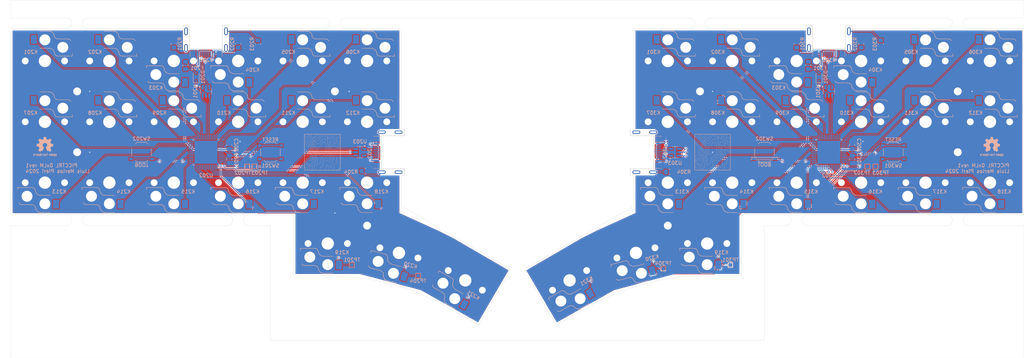
<source format=kicad_pcb>
(kicad_pcb (version 20240108) (generator "pcbnew") (generator_version "8.0")
  (layers (0 "F.Cu" signal) (31 "B.Cu" signal) (34 "B.Paste" user) (35 "F.Paste" user) (36 "B.SilkS" user "B.Silkscreen") (37 "F.SilkS" user "F.Silkscreen") (38 "B.Mask" user) (39 "F.Mask" user) (44 "Edge.Cuts" user))
  (net 0 "")
  (net 1 "/BoardR/K1")
  (net 2 "GND")
  (net 3 "/BoardR/K2")
  (net 4 "/BoardR/K3")
  (net 5 "/BoardR/K4")
  (net 6 "/BoardR/K5")
  (net 7 "/BoardR/K6")
  (net 8 "/BoardR/K7")
  (net 9 "/BoardR/K8")
  (net 10 "/BoardR/K9")
  (net 11 "/BoardR/K10")
  (net 12 "/BoardR/K11")
  (net 13 "/BoardR/K12")
  (net 14 "/BoardR/K13")
  (net 15 "/BoardR/K14")
  (net 16 "/BoardR/K15")
  (net 17 "/BoardR/K16")
  (net 18 "/BoardR/K17")
  (net 19 "/BoardR/K18")
  (net 20 "/BoardR/K19")
  (net 21 "/BoardR/K20")
  (net 22 "/BoardR/K21")
  (net 23 "/BoardL/K1")
  (net 24 "/BoardL/K2")
  (net 25 "/BoardL/K3")
  (net 26 "/BoardL/K4")
  (net 27 "/BoardL/K5")
  (net 28 "/BoardL/K6")
  (net 29 "/BoardL/K7")
  (net 30 "/BoardL/K8")
  (net 31 "/BoardL/K9")
  (net 32 "/BoardL/K10")
  (net 33 "/BoardL/K11")
  (net 34 "/BoardL/K12")
  (net 35 "/BoardL/K13")
  (net 36 "/BoardL/K14")
  (net 37 "/BoardL/K15")
  (net 38 "/BoardL/K16")
  (net 39 "/BoardL/K17")
  (net 40 "/BoardL/K18")
  (net 41 "/BoardL/K19")
  (net 42 "/BoardL/K20")
  (net 43 "/BoardL/K21")
  (net 44 "/BoardR/RST")
  (net 45 "/BoardL/D+")
  (net 46 "+5V")
  (net 47 "/BoardL/RST")
  (net 48 "/BoardR/D+")
  (net 49 "/BoardR/P_D-")
  (net 50 "/BoardR/P_D+")
  (net 51 "/BoardR/D-")
  (net 52 "/BoardR/RX")
  (net 55 "+3V3")
  (net 58 "/BoardL/BOOT")
  (net 59 "/BoardR/TX")
  (net 66 "/BoardR/P_TX")
  (net 67 "/BoardR/P_RX")
  (net 68 "/BoardL/D-")
  (net 69 "/BoardL/P_D-")
  (net 70 "/BoardL/P_D+")
  (net 71 "/BoardL/RX")
  (net 73 "/BoardR/BOOT")
  (net 78 "Net-(U202-P1.7{slash}AIN7{slash}SCK)")
  (net 81 "Net-(U202-P1.6{slash}AIN6{slash}MISO)")
  (net 82 "Net-(U302-P1.6{slash}AIN6{slash}MISO)")
  (net 83 "/BoardL/TX")
  (net 87 "/BoardL/P_RX")
  (net 88 "/BoardL/P_TX")
  (net 89 "Net-(J201-CC1)")
  (net 90 "Net-(J201-SHIELD)")
  (net 93 "Net-(J201-CC2)")
  (net 94 "Net-(J202-SHIELD)")
  (net 99 "/BoardL/VBUS")
  (net 100 "Net-(D201-A)")
  (net 103 "Net-(U302-P1.7{slash}AIN7{slash}SCK)")
  (net 114 "Net-(D301-A)")
  (net 115 "/BoardR/VBUS")
  (net 118 "Net-(J301-SHIELD)")
  (net 119 "Net-(J301-CC2)")
  (net 120 "Net-(J301-CC1)")
  (net 121 "Net-(J302-SHIELD)")
  (footprint "" (layer "F.Cu") (at 77 110.5)
    (property "Reference" "")
    (property "Value" "")
  )
  (footprint "picctrl:mouse-bite-3mm-slot" (layer "F.Cu") (at 251 91.5)
    (property "Reference" "mouse-bite-3mm-slot" (hide yes))
    (property "Value" "VAL**" (hide yes))
  )
  (footprint "picctrl:mouse-bite-3mm-slot" (layer "F.Cu") (at 77 91.5)
    (property "Reference" "mouse-bite-3mm-slot" (hide yes))
    (property "Value" "VAL**" (hide yes))
  )
  (footprint "" (layer "F.Cu") (at 158 148)
    (property "Reference" "")
    (property "Value" "")
  )
  (footprint "picctrl:mouse-bite-3mm-slot" (layer "F.Cu") (at 278 146.5)
    (property "Reference" "mouse-bite-3mm-slot" (hide yes))
    (property "Value" "VAL**" (hide yes))
  )
  (footprint "" (layer "F.Cu") (at 323 127.5)
    (property "Reference" "")
    (property "Value" "")
  )
  (footprint "" (layer "F.Cu") (at 242 148)
    (property "Reference" "")
    (property "Value" "")
  )
  (footprint "" (layer "F.Cu") (at 77 127.5)
    (property "Reference" "")
    (property "Value" "")
  )
  (footprint "picctrl:mouse-bite-3mm-slot" (layer "F.Cu") (at 77 146.5)
    (property "Reference" "mouse-bite-3mm-slot" (hide yes))
    (property "Value" "VAL**" (hide yes))
  )
  (footprint "" (layer "F.Cu") (at 323 110.5)
    (property "Reference" "")
    (property "Value" "")
  )
  (footprint "picctrl:mouse-bite-3mm-slot" (layer "F.Cu") (at 149 91.5)
    (property "Reference" "mouse-bite-3mm-slot" (hide yes))
    (property "Value" "VAL**" (hide yes))
  )
  (footprint "picctrl:mouse-bite-3mm-slot" (layer "F.Cu") (at 323 91.5)
    (property "Reference" "mouse-bite-3mm-slot" (hide yes))
    (property "Value" "VAL**" (hide yes))
  )
  (footprint "picctrl:mouse-bite-3mm-slot" (layer "F.Cu") (at 122 146.5)
    (property "Reference" "mouse-bite-3mm-slot" (hide yes))
    (property "Value" "VAL**" (hide yes))
  )
  (footprint "" (layer "F.Cu") (at 149 110.5)
    (property "Reference" "")
    (property "Value" "")
  )
  (footprint "" (layer "F.Cu") (at 251 110.5)
    (property "Reference" "")
    (property "Value" "")
  )
  (footprint "picctrl:mouse-bite-3mm-slot" (layer "F.Cu") (at 323 146.5)
    (property "Reference" "mouse-bite-3mm-slot" (hide yes))
    (property "Value" "VAL**" (hide yes))
  )
  (footprint "Diode_SMD:D_SOD-323" (layer "B.Cu") (at 284.25 106.5 90)
    (property "Reference" "D301")
    (property "Value" "PMEG2010EA")
  )
  (footprint "picctrl:SW_Hotswap_Kailh_Choc_V1_1.00u" (layer "B.Cu") (at 242 102)
    (property "Reference" "K301")
    (property "Value" "CPG135001S30")
  )
  (footprint "Resistor_SMD:R_0805_2012Metric_Pad1.20x1.40mm_HandSolder" (layer "B.Cu") (at 122 97.25 -90)
    (property "Reference" "R202")
    (property "Value" "5.1k")
  )
  (footprint "picctrl:SW_Hotswap_Kailh_Choc_V1_1.00u" (layer "B.Cu") (at 86 119)
    (property "Reference" "K208")
    (property "Value" "CPG135001S30")
  )
  (footprint "picctrl:SW_Hotswap_Kailh_Choc_V1_1.00u" (layer "B.Cu") (at 68 102)
    (property "Reference" "K201")
    (property "Value" "CPG135001S30")
  )
  (footprint "Button_Switch_SMD:SW_Push_1P1T_XKB_TS-1187A" (layer "B.Cu") (at 269 127.5 180)
    (property "Reference" "SW302")
    (property "Value" "TS-1187A-B-A-B")
  )
  (footprint "picctrl:SW_Hotswap_Kailh_Choc_V1_1.00u" (layer "B.Cu") (at 158 102)
    (property "Reference" "K206")
    (property "Value" "CPG135001S30")
  )
  (footprint "TestPoint:TestPoint_Pad_1.0x1.0mm" (layer "B.Cu") (at 126.5 131.5)
    (property "Reference" "TP203")
    (property "Value" "TP_SCK_1.7")
  )
  (footprint "Package_TO_SOT_SMD:SOT-23-6" (layer "B.Cu") (at 244 127.5)
    (property "Reference" "U303")
    (property "Value" "USBLC6-2SC6")
  )
  (footprint "picctrl:SW_Hotswap_Kailh_Choc_V1_1.00u" (layer "B.Cu") (at 332 102)
    (property "Reference" "K306")
    (property "Value" "CPG135001S30")
  )
  (footprint "Symbol:OSHW-Logo2_7.3x6mm_SilkScreen" (layer "B.Cu") (at 68 126 180)
    (property "Reference" "REF**" (hide yes))
    (property "Value" "OSHW-Logo2_7.3x6mm_SilkScreen" (hide yes))
  )
  (footprint "Resistor_SMD:R_0805_2012Metric_Pad1.20x1.40mm_HandSolder" (layer "B.Cu") (at 127.5 97.25 -90)
    (property "Reference" "R203")
    (property "Value" "DNP")
  )
  (footprint "TestPoint:TestPoint_Pad_1.0x1.0mm" (layer "B.Cu") (at 172.25 162)
    (property "Reference" "TP204")
    (property "Value" "TP_SCS_1.4")
  )
  (footprint "TestPoint:TestPoint_Pad_1.0x1.0mm" (layer "B.Cu") (at 124.5 131.5)
    (property "Reference" "TP202")
    (property "Value" "TP_MISO_1.6")
  )
  (footprint "picctrl:SW_Hotswap_Kailh_Choc_V1_1.00u" (layer "B.Cu") (at 242 136 180)
    (property "Reference" "K313")
    (property "Value" "CPG135001S30")
  )
  (footprint "picctrl:SW_Hotswap_Kailh_Choc_V1_1.00u" (layer "B.Cu") (at 242 119)
    (property "Reference" "K307")
    (property "Value" "CPG135001S30")
  )
  (footprint "Capacitor_SMD:C_0805_2012Metric_Pad1.18x1.45mm_HandSolder" (layer "B.Cu") (at 293.5 129.5 -90)
    (property "Reference" "C301")
    (property "Value" "3.3uF")
  )
  (footprint "picctrl:SW_Hotswap_Kailh_Choc_V1_1.00u" (layer "B.Cu") (at 140 119)
    (property "Reference" "K211")
    (property "Value" "CPG135001S30")
  )
  (footprint "TestPoint:TestPoint_Pad_1.0x1.0mm" (layer "B.Cu") (at 297.75 131.5 180)
    (property "Reference" "TP302")
    (property "Value" "TP_MISO_1.6")
  )
  (footprint "Package_TO_SOT_SMD:SOT-23-6" (layer "B.Cu") (at 287 110.5 -90)
    (property "Reference" "U301")
    (property "Value" "USBLC6-2SC6")
  )
  (footprint "picctrl:SW_Hotswap_Kailh_Choc_V1_1.00u" (layer "B.Cu") (at 278 136 180)
    (property "Reference" "K315")
    (property "Value" "CPG135001S30")
  )
  (footprint "TestPoint:TestPoint_Pad_1.0x1.0mm" (layer "B.Cu") (at 240.75 160 180)
    (property "Reference" "TP304")
    (property "Value" "TP_SCS_1.4")
  )
  (footprint "picctrl:SW_Hotswap_Kailh_Choc_V1_1.00u" (layer "B.Cu") (at 104 136 180)
    (property "Reference" "K215")
    (property "Value" "CPG135001S30")
  )
  (footprint "picctrl:SW_Hotswap_Kailh_Choc_V1_1.00u" (layer "B.Cu") (at 68 119)
    (property "Reference" "K207")
    (property "Value" "CPG135001S30")
  )
  (footprint "Symbol:OSHW-Logo2_7.3x6mm_SilkScreen" (layer "B.Cu") (at 332.5 126 180)
    (property "Reference" "REF**" (hide yes))
    (property "Value" "OSHW-Logo2_7.3x6mm_SilkScreen" (hide yes))
  )
  (footprint "picctrl:SW_Hotswap_Kailh_Choc_V1_1.00u" (layer "B.Cu") (at 158 119)
    (property "Reference" "K212")
    (property "Value" "CPG135001S30")
  )
  (footprint "Resistor_SMD:R_0805_2012Metric_Pad1.20x1.40mm_HandSolder" (layer "B.Cu") (at 296 97.25 -90)
    (property "Reference" "R302")
    (property "Value" "5.1k")
  )
  (footprint "Button_Switch_SMD:SW_Push_1P1T_XKB_TS-1187A" (layer "B.Cu") (at 131 127.5)
    (property "Reference" "SW201")
    (property "Value" "TS-1187A-B-A-B")
  )
  (footprint "Button_Switch_SMD:SW_Push_1P1T_XKB_TS-1187A" (layer "B.Cu") (at 95 127.5 180)
    (property "Reference" "SW202")
    (property "Value" "TS-1187A-B-A-B")
  )
  (footprint "Diode_SMD:D_SOD-323" (layer "B.Cu") (at 110.25 106.5 90)
    (property "Reference" "D201")
    (property "Value" "PMEG2010EA")
  )
  (footprint "picctrl:SW_Hotswap_Kailh_Choc_V1_1.00u" (layer "B.Cu") (at 260 136 180)
    (property "Reference" "K314")
    (property "Value" "CPG135001S30")
  )
  (footprint "Capacitor_SMD:C_0805_2012Metric_Pad1.18x1.45mm_HandSolder" (layer "B.Cu") (at 293.5 125.5 90)
    (property "Reference" "C302")
    (property "Value" "100nF")
  )
  (footprint "picctrl:SW_Hotswap_Kailh_Choc_V1_1.00u" (layer "B.Cu") (at 260 119)
    (property "Reference" "K308")
    (property "Value" "CPG135001S30")
  )
  (footprint "Resistor_SMD:R_0805_2012Metric_Pad1.20x1.40mm_HandSolder" (layer "B.Cu") (at 278 97.25 90)
    (property "Reference" "R301")
    (property "Value" "5.1k")
  )
  (footprint "picctrl:TYPE-C-31-M-14" (layer "B.Cu") (at 165.75 127.5 -90)
    (property "Reference" "J202")
    (property "Value" "TYPE-C-31-M-14")
    (fp_line (start -4.6 3.8) (end 4.6 3.8) (stroke (width 0.12)) (layer "Edge.Cuts"))
    (fp_line (start 4.6 3.8) (end 4.6 -2.7) (stroke (width 0.12)) (layer "Edge.Cuts"))
    (fp_line (start -4.6 -2.7) (end -4.6 3.8) (stroke (width 0.12)) (layer "Edge.Cuts"))
    (fp_line (start -4.6 -2.7) (end -6.5 -2.7) (stroke (width 0.12)) (layer "Edge.Cuts"))
    (fp_line (start 6.5 -2.7) (end 4.6 -2.7) (stroke (width 0.12)) (layer "Edge.Cuts"))
  )
  (footprint "picctrl:SW_Hotswap_Kailh_Choc_V1_1.00u" (layer "B.Cu") (at 166.893294 155.619002 165)
    (property "Reference" "K220")
    (property "Value" "CPG135001S30")
  )
  (footprint "picctrl:SW_Hotswap_Kailh_Choc_V1_1.00u" (layer "B.Cu") (at 147 153 180)
    (property "Reference" "K219")
    (property "Value" "CPG135001S30")
  )
  (footprint "TestPoint:TestPoint_Pad_1.0x1.0mm" (layer "B.Cu") (at 259.5 159 180)
    (property "Reference" "TP301")
    (property "Value" "TP_MOSI_1.5")
  )
  (footprint "picctrl:SW_Hotswap_Kailh_Choc_V1_1.00u" (layer "B.Cu") (at 296 119)
    (property "Reference" "K310")
    (property "Value" "CPG135001S30")
  )
  (footprint "picctrl:SW_Hotswap_Kailh_Choc_V1_1.00u" (layer "B.Cu") (at 278 102 180)
    (property "Reference" "K303")
    (property "Value" "CPG135001S30")
  )
  (footprint "Package_TO_SOT_SMD:SOT-23-6" (layer "B.Cu") (at 113 110.5 -90)
    (property "Reference" "U201")
    (property "Value" "USBLC6-2SC6")
  )
  (footprint "picctrl:SW_Hotswap_Kailh_Choc_V1_1.00u" (layer "B.Cu") (at 122 136 180)
    (property "Reference" "K216")
    (property "Value" "CPG135001S30")
  )
  (footprint "LOGO" (layer "B.Cu") (at 254.5 127.5 180)
    (property "Reference" "G***" (hide yes))
    (property "Value" "LOGO" (hide yes))
  )
  (footprint "Capacitor_SMD:C_0805_2012Metric_Pad1.18x1.45mm_HandSolder" (layer "B.Cu") (at 119.5 125.5 90)
    (property "Reference" "C202")
    (property "Value" "100nF")
  )
  (footprint "picctrl:SW_Hotswap_Kailh_Choc_V1_1.00u" (layer "B.Cu") (at 332 136 180)
    (property "Reference" "K318")
    (property "Value" "CPG135001S30")
  )
  (footprint "Package_QFP:LQFP-48_7x7mm_P0.5mm" (layer "B.Cu") (at 287 127.5 90)
    (property "Reference" "U302")
    (property "Value" "CH559L")
  )
  (footprint "Package_TO_SOT_SMD:SOT-23-6" (layer "B.Cu") (at 156 127.5 180)
    (property "Reference" "U203")
    (property "Value" "USBLC6-2SC6")
  )
  (footprint "picctrl:SW_Hotswap_Kailh_Choc_V1_1.00u" (layer "B.Cu") (at 122 119)
    (property "Reference" "K210")
    (property "Value" "CPG135001S30")
  )
  (footprint "picctrl:SW_Hotswap_Kailh_Choc_V1_1.00u" (layer "B.Cu") (at 86 136 180)
    (property "Reference" "K214")
    (property "Value" "CPG135001S30")
  )
  (footprint "picctrl:SW_Hotswap_Kailh_Choc_V1_1.00u" (layer "B.Cu") (at 140 102)
    (property "Reference" "K205")
    (property "Value" "CPG135001S30")
  )
  (footprint "picctrl:SW_Hotswap_Kailh_Choc_V1_1.00u" (layer "B.Cu") (at 314 119)
    (property "Reference" "K311")
    (property "Value" "CPG135001S30")
  )
  (footprint "picctrl:SW_Hotswap_Kailh_Choc_V1_1.00u" (layer "B.Cu") (at 158 136 180)
    (property "Reference" "K218")
    (property "Value" "CPG135001S30")
  )
  (footprint "Package_QFP:LQFP-48_7x7mm_P0.5mm" (layer "B.Cu") (at 113 127.5 90)
    (property "Reference" "U202")
    (property "Value" "CH559L")
  )
  (footprint "picctrl:SW_Hotswap_Kailh_Choc_V1_1.00u" (layer "B.Cu") (at 214.569106 163.297527 -150)
    (property "Reference" "K321")
    (property "Value" "CPG135001S30")
  )
  (footprint "LOGO" (layer "B.Cu") (at 145.5 127.5 180)
    (property "Reference" "G***" (hide yes))
    (property "Value" "LOGO" (hide yes))
  )
  (footprint "picctrl:SW_Hotswap_Kailh_Choc_V1_1.00u" (layer "B.Cu") (at 296 102 180)
    (property "Reference" "K304")
    (property "Value" "CPG135001S30")
  )
  (footprint "TestPoint:TestPoint_Pad_1.0x1.0mm" (layer "B.Cu") (at 153.75 159 180)
    (property "Reference" "TP201")
    (property "Value" "TP_MOSI_1.5")
  )
  (footprint "Resistor_SMD:R_0805_2012Metric_Pad1.20x1.40mm_HandSolder" (layer "B.Cu") (at 242.5 133)
    (property "Reference" "R304")
    (property "Value" "DNP")
  )
  (footprint "picctrl:SW_Hotswap_Kailh_Choc_V1_1.00u" (layer "B.Cu") (at 253 153 180)
    (property "Reference" "K319")
    (property "Value" "CPG135001S30")
  )
  (footprint "picctrl:SW_Hotswap_Kailh_Choc_V1_1.00u" (layer "B.Cu") (at 68 136 180)
    (property "Reference" "K213")
    (property "Value" "CPG135001S30")
  )
  (footprint "picctrl:SW_Hotswap_Kailh_Choc_V1_1.00u" (layer "B.Cu") (at 140 136 180)
    (property "Reference" "K217")
    (property "Value" "CPG135001S30")
  )
  (footprint "picctrl:TYPE-C-31-M-14" (layer "B.Cu") (at 287 94.75)
    (property "Reference" "J301")
    (property "Value" "TYPE-C-31-M-14")
    (fp_line (start -4.6 -2.7) (end -6.5 -2.7) (stroke (width 0.12)) (layer "Edge.Cuts"))
    (fp_line (start -4.6 -2.7) (end -4.6 3.8) (stroke (width 0.12)) (layer "Edge.Cuts"))
    (fp_line (start -4.6 3.8) (end 4.6 3.8) (stroke (width 0.12)) (layer "Edge.Cuts"))
    (fp_line (start 4.6 3.8) (end 4.6 -2.7) (stroke (width 0.12)) (layer "Edge.Cuts"))
    (fp_line (start 6.5 -2.7) (end 4.6 -2.7) (stroke (width 0.12)) (layer "Edge.Cuts"))
  )
  (footprint "picctrl:TYPE-C-31-M-14" (layer "B.Cu") (at 234.25 127.5 90)
    (property "Reference" "J302")
    (property "Value" "TYPE-C-31-M-14")
    (fp_line (start 6.5 -2.7) (end 4.6 -2.7) (stroke (width 0.12)) (layer "Edge.Cuts"))
    (fp_line (start -4.6 -2.7) (end -6.5 -2.7) (stroke (width 0.12)) (layer "Edge.Cuts"))
    (fp_line (start -4.6 -2.7) (end -4.6 3.8) (stroke (width 0.12)) (layer "Edge.Cuts"))
    (fp_line (start 4.6 3.8) (end 4.6 -2.7) (stroke (width 0.12)) (layer "Edge.Cuts"))
    (fp_line (start -4.6 3.8) (end 4.6 3.8) (stroke (width 0.12)) (layer "Edge.Cuts"))
  )
  (footprint "Button_Switch_SMD:SW_Push_1P1T_XKB_TS-1187A" (layer "B.Cu") (at 305 127.5)
    (property "Reference" "SW301")
    (property "Value" "TS-1187A-B-A-B")
  )
  (footprint "picctrl:SW_Hotswap_Kailh_Choc_V1_1.00u" (layer "B.Cu") (at 122 102 180)
    (property "Reference" "K204")
    (property "Value" "CPG135001S30")
  )
  (footprint "Resistor_SMD:R_0805_2012Metric_Pad1.20x1.40mm_HandSolder" (layer "B.Cu") (at 104 97.25 90)
    (property "Reference" "R201")
    (property "Value" "5.1k")
  )
  (footprint "picctrl:SW_Hotswap_Kailh_Choc_V1_1.00u" (layer "B.Cu") (at 314 136 180)
    (property "Reference" "K317")
    (property "Value" "CPG135001S30")
  )
  (footprint "picctrl:SW_Hotswap_Kailh_Choc_V1_1.00u" (layer "B.Cu") (at 86 102)
    (property "Reference" "K202")
    (property "Value" "CPG135001S30")
  )
  (footprint "TestPoint:TestPoint_Pad_1.0x1.0mm" (layer "B.Cu") (at 300 131.5 180)
    (property "Reference" "TP303")
    (property "Value" "TP_SCK_1.7")
  )
  (footprint "picctrl:TYPE-C-31-M-14" (layer "B.Cu") (at 113 94.75)
    (property "Reference" "J201")
    (property "Value" "TYPE-C-31-M-14")
    (fp_line (start -4.6 -2.7) (end -6.5 -2.7) (stroke (width 0.12)) (layer "Edge.Cuts"))
    (fp_line (start -4.6 -2.7) (end -4.6 3.8) (stroke (width 0.12)) (layer "Edge.Cuts"))
    (fp_line (start -4.6 3.8) (end 4.6 3.8) (stroke (width 0.12)) (layer "Edge.Cuts"))
    (fp_line (start 4.6 3.8) (end 4.6 -2.7) (stroke (width 0.12)) (layer "Edge.Cuts"))
    (fp_line (start 6.5 -2.7) (end 4.6 -2.7) (stroke (width 0.12)) (layer "Edge.Cuts"))
  )
  (footprint "Fuse:Fuse_0805_2012Metric_Pad1.15x1.40mm_HandSolder" (layer "B.Cu") (at 107.25 103.25 90)
    (property "Reference" "F201")
    (property "Value" "500mA")
  )
  (footprint "picctrl:SW_Hotswap_Kailh_Choc_V1_1.00u" (layer "B.Cu") (at 296 136 180)
    (property "Reference" "K316")
    (property "Value" "CPG135001S30")
  )
  (footprint "Fuse:Fuse_0805_2012Metric_Pad1.15x1.40mm_HandSolder" (layer "B.Cu") (at 281.25 103.25 90)
    (property "Reference" "F301")
    (property "Value" "500mA")
  )
  (footprint "Capacitor_SMD:C_0805_2012Metric_Pad1.18x1.45mm_HandSolder" (layer "B.Cu") (at 119.5 129.5 -90)
    (property "Reference" "C201")
    (property "Value" "3.3uF")
  )
  (footprint "picctrl:SW_Hotswap_Kailh_Choc_V1_1.00u" (layer "B.Cu") (at 104 102 180)
    (property "Reference" "K203")
    (property "Value" "CPG135001S30")
  )
  (footprint "picctrl:SW_Hotswap_Kailh_Choc_V1_1.00u" (layer "B.Cu") (at 332 119)
    (property "Reference" "K312")
    (property "Value" "CPG135001S30")
  )
  (footprint "picctrl:SW_Hotswap_Kailh_Choc_V1_1.00u" (layer "B.Cu") (at 260 102)
    (property "Reference" "K302")
    (property "Value" "CPG135001S30")
  )
  (footprint "picctrl:SW_Hotswap_Kailh_Choc_V1_1.00u" (layer "B.Cu") (at 278 119)
    (property "Reference" "K309")
    (property "Value" "CPG135001S30")
  )
  (footprint "picctrl:SW_Hotswap_Kailh_Choc_V1_1.00u" (layer "B.Cu") (at 314 102)
    (property "Reference" "K305")
    (property "Value" "CPG135001S30")
  )
  (footprint "Resistor_SMD:R_0805_2012Metric_Pad1.20x1.40mm_HandSolder" (layer "B.Cu") (at 301.5 97.25 -90)
    (property "Reference" "R303")
    (property "Value" "DNP")
  )
  (footprint "Resistor_SMD:R_0805_2012Metric_Pad1.20x1.40mm_HandSolder" (layer "B.Cu") (at 157.5 132.75)
    (property "Reference" "R204")
    (property "Value" "DNP")
  )
  (footprint "picctrl:SW_Hotswap_Kailh_Choc_V1_1.00u" (layer "B.Cu") (at 233.106706 155.619002 -165)
    (property "Reference" "K320")
    (property "Value" "CPG135001S30")
  )
  (footprint "picctrl:SW_Hotswap_Kailh_Choc_V1_1.00u" (layer "B.Cu") (at 104 119)
    (property "Reference" "K209")
    (property "Value" "CPG135001S30")
  )
  (footprint "picctrl:SW_Hotswap_Kailh_Choc_V1_1.00u" (layer "B.Cu") (at 185.430894 163.297527 150)
    (property "Reference" "K221")
    (property "Value" "CPG135001S30")
  )
  (gr_rect (start 140.5 122.5) (end 150.5 132.5) (stroke (width 0.1)) (fill none) (layer "B.SilkS"))
  (gr_rect (start 249.5 122.5) (end 259.5 132.5) (stroke (width 0.1)) (fill none) (layer "B.SilkS"))
  (gr_line (start 197.908136 160.686311) (end 189.408136 175.408743) (stroke (width 0.05)) (layer "Edge.Cuts"))
  (gr_line (start 197.725123 160.003298) (end 167.677236 142.599397) (stroke (width 0.05)) (layer "Edge.Cuts"))
  (gr_arc (start 74 145) (mid 75.5 146.5) (end 74 148) (stroke (width 0.05)) (layer "Edge.Cuts"))
  (gr_arc (start 281 148) (mid 279.5 146.5) (end 281 145) (stroke (width 0.05)) (layer "Edge.Cuts"))
  (gr_line (start 59 145) (end 74 145) (stroke (width 0.05)) (layer "Edge.Cuts"))
  (gr_line (start 167.5 93.5) (end 167.5 121) (stroke (width 0.05)) (layer "Edge.Cuts"))
  (gr_line (start 131 180) (end 200 180) (stroke (width 0.05)) (layer "Edge.Cuts"))
  (gr_arc (start 138 162) (mid 137.646447 161.853553) (end 137.5 161.5) (stroke (width 0.05)) (layer "Edge.Cuts"))
  (gr_line (start 200 180) (end 269 180) (stroke (width 0.05)) (layer "Edge.Cuts"))
  (gr_line (start 281 145) (end 320 145) (stroke (width 0.05)) (layer "Edge.Cuts"))
  (gr_line (start 231.55 134) (end 232.5 134) (stroke (width 0.05)) (layer "Edge.Cuts"))
  (gr_line (start 106.5 93) (end 106.5 92.05) (stroke (width 0.05)) (layer "Edge.Cuts"))
  (gr_line (start 263 145) (end 275 145) (stroke (width 0.05)) (layer "Edge.Cuts"))
  (gr_arc (start 152 93) (mid 150.5 91.5) (end 152 90) (stroke (width 0.05)) (layer "Edge.Cuts"))
  (gr_arc (start 232.5 142.25) (mid 232.453161 142.445891) (end 232.322764 142.599397) (stroke (width 0.05)) (layer "Edge.Cuts"))
  (gr_arc (start 197.725123 160.003298) (mid 197.958068 160.306901) (end 197.908136 160.686311) (stroke (width 0.05)) (layer "Edge.Cuts"))
  (gr_arc (start 59 145) (mid 58.646447 144.853553) (end 58.5 144.5) (stroke (width 0.05)) (layer "Edge.Cuts"))
  (gr_arc (start 320 90) (mid 321.5 91.5) (end 320 93) (stroke (width 0.05)) (layer "Edge.Cuts"))
  (gr_line (start 119 148) (end 80 148) (stroke (width 0.05)) (layer "Edge.Cuts"))
  (gr_arc (start 320 145) (mid 321.5 146.5) (end 320 148) (stroke (width 0.05)) (layer "Edge.Cuts"))
  (gr_line (start 167.5 134) (end 167.5 142.25) (stroke (width 0.05)) (layer "Edge.Cuts"))
  (gr_arc (start 202.091864 160.686311) (mid 202.041945 160.306912) (end 202.274877 160.003298) (stroke (width 0.05)) (layer "Edge.Cuts"))
  (gr_line (start 341.5 90) (end 341.5 85) (stroke (width 0.05)) (layer "Edge.Cuts"))
  (gr_line (start 58.5 93.5) (end 58.5 144.5) (stroke (width 0.05)) (layer "Edge.Cuts"))
  (gr_line (start 231.55 121) (end 232.5 121) (stroke (width 0.05)) (layer "Edge.Cuts"))
  (gr_line (start 80 145) (end 119 145) (stroke (width 0.05)) (layer "Edge.Cuts"))
  (gr_arc (start 211.274877 175.591756) (mid 210.895469 175.641701) (end 210.591864 175.408743) (stroke (width 0.05)) (layer "Edge.Cuts"))
  (gr_line (start 119.5 93) (end 119.5 92.05) (stroke (width 0.05)) (layer "Edge.Cuts"))
  (gr_line (start 341.5 144.5) (end 341.5 93.5) (stroke (width 0.05)) (layer "Edge.Cuts"))
  (gr_line (start 232.5 121) (end 232.5 93.5) (stroke (width 0.05)) (layer "Edge.Cuts"))
  (gr_line (start 253 162) (end 262 162) (stroke (width 0.05)) (layer "Edge.Cuts"))
  (gr_line (start 146 93) (end 119.5 93) (stroke (width 0.05)) (layer "Edge.Cuts"))
  (gr_line (start 167 93) (end 152 93) (stroke (width 0.05)) (layer "Edge.Cuts"))
  (gr_line (start 248 90) (end 152 90) (stroke (width 0.05)) (layer "Edge.Cuts"))
  (gr_arc (start 254 93) (mid 252.5 91.5) (end 254 90) (stroke (width 0.05)) (layer "Edge.Cuts"))
  (gr_line (start 74 93) (end 59 93) (stroke (width 0.05)) (layer "Edge.Cuts"))
  (gr_line (start 280.5 93) (end 254 93) (stroke (width 0.05)) (layer "Edge.Cuts"))
  (gr_arc (start 232.5 93.5) (mid 232.646447 93.146447) (end 233 93) (stroke (width 0.05)) (layer "Edge.Cuts"))
  (gr_arc (start 326 148) (mid 324.5 146.5) (end 326 145) (stroke (width 0.05)) (layer "Edge.Cuts"))
  (gr_line (start 180.930894 171.091756) (end 188.725123 175.591756) (stroke (width 0.05)) (layer "Edge.Cuts"))
  (gr_arc (start 147 162) (mid 164.563923 164.312334) (end 180.930894 171.091756) (stroke (width 0.05)) (layer "Edge.Cuts"))
  (gr_line (start 167.5 121) (end 168.45 121) (stroke (width 0.05)) (layer "Edge.Cuts"))
  (gr_line (start 106.5 93) (end 80 93) (stroke (width 0.05)) (layer "Edge.Cuts"))
  (gr_arc (start 125 148) (mid 123.5 146.5) (end 125 145) (stroke (width 0.05)) (layer "Edge.Cuts"))
  (gr_arc (start 219.069106 171.091756) (mid 235.436077 164.312334) (end 253 162) (stroke (width 0.05)) (layer "Edge.Cuts"))
  (gr_line (start 200 185) (end 341.5 185) (stroke (width 0.05)) (layer "Edge.Cuts"))
  (gr_line (start 320 90) (end 254 90) (stroke (width 0.05)) (layer "Edge.Cuts"))
  (gr_line (start 341.5 185) (end 341.5 148) (stroke (width 0.05)) (layer "Edge.Cuts"))
  (gr_line (start 326 90) (end 341.5 90) (stroke (width 0.05)) (layer "Edge.Cuts"))
  (gr_line (start 138 162) (end 147 162) (stroke (width 0.05)) (layer "Edge.Cuts"))
  (gr_arc (start 119 145) (mid 120.5 146.5) (end 119 148) (stroke (width 0.05)) (layer "Edge.Cuts"))
  (gr_line (start 146 90) (end 80 90) (stroke (width 0.05)) (layer "Edge.Cuts"))
  (gr_line (start 262.5 161.5) (end 262.5 145.5) (stroke (width 0.05)) (layer "Edge.Cuts"))
  (gr_arc (start 275 145) (mid 276.5 146.5) (end 275 148) (stroke (width 0.05)) (layer "Edge.Cuts"))
  (gr_line (start 137.5 145.5) (end 137.5 161.5) (stroke (width 0.05)) (layer "Edge.Cuts"))
  (gr_arc (start 262.5 145.5) (mid 262.646447 145.146447) (end 263 145) (stroke (width 0.05)) (layer "Edge.Cuts"))
  (gr_arc (start 262.5 161.5) (mid 262.353553 161.853553) (end 262 162) (stroke (width 0.05)) (layer "Edge.Cuts"))
  (gr_arc (start 146 90) (mid 147.5 91.5) (end 146 93) (stroke (width 0.05)) (layer "Edge.Cuts"))
  (gr_arc (start 80 148) (mid 78.5 146.5) (end 80 145) (stroke (width 0.05)) (layer "Edge.Cuts"))
  (gr_line (start 341 93) (end 326 93) (stroke (width 0.05)) (layer "Edge.Cuts"))
  (gr_line (start 58.5 85) (end 58.5 90) (stroke (width 0.05)) (layer "Edge.Cuts"))
  (gr_arc (start 80 93) (mid 78.5 91.5) (end 80 90) (stroke (width 0.05)) (layer "Edge.Cuts"))
  (gr_arc (start 167 93) (mid 167.353553 93.146447) (end 167.5 93.5) (stroke (width 0.05)) (layer "Edge.Cuts"))
  (gr_line (start 232.5 142.25) (end 232.5 134) (stroke (width 0.05)) (layer "Edge.Cuts"))
  (gr_arc (start 74 90) (mid 75.5 91.5) (end 74 93) (stroke (width 0.05)) (layer "Edge.Cuts"))
  (gr_arc (start 326 93) (mid 324.5 91.5) (end 326 90) (stroke (width 0.05)) (layer "Edge.Cuts"))
  (gr_line (start 248 93) (end 233 93) (stroke (width 0.05)) (layer "Edge.Cuts"))
  (gr_line (start 320 148) (end 281 148) (stroke (width 0.05)) (layer "Edge.Cuts"))
  (gr_line (start 326 145) (end 341 145) (stroke (width 0.05)) (layer "Edge.Cuts"))
  (gr_line (start 74 148) (end 58.5 148) (stroke (width 0.05)) (layer "Edge.Cuts"))
  (gr_line (start 125 145) (end 137 145) (stroke (width 0.05)) (layer "Edge.Cuts"))
  (gr_arc (start 248 90) (mid 249.5 91.5) (end 248 93) (stroke (width 0.05)) (layer "Edge.Cuts"))
  (gr_line (start 58.5 90) (end 74 90) (stroke (width 0.05)) (layer "Edge.Cuts"))
  (gr_line (start 58.5 148) (end 58.5 185) (stroke (width 0.05)) (layer "Edge.Cuts"))
  (gr_arc (start 341 93) (mid 341.353553 93.146447) (end 341.5 93.5) (stroke (width 0.05)) (layer "Edge.Cuts"))
  (gr_line (start 320 93) (end 293.5 93) (stroke (width 0.05)) (layer "Edge.Cuts"))
  (gr_arc (start 58.5 93.5) (mid 58.646447 93.146447) (end 59 93) (stroke (width 0.05)) (layer "Edge.Cuts"))
  (gr_line (start 269 148) (end 275 148) (stroke (width 0.05)) (layer "Edge.Cuts"))
  (gr_line (start 293.5 92.05) (end 293.5 93) (stroke (width 0.05)) (layer "Edge.Cuts"))
  (gr_line (start 58.5 185) (end 200 185) (stroke (width 0.05)) (layer "Edge.Cuts"))
  (gr_arc (start 189.408136 175.408743) (mid 189.104528 175.641701) (end 188.725123 175.591756) (stroke (width 0.05)) (layer "Edge.Cuts"))
  (gr_line (start 210.591864 175.408743) (end 202.091864 160.686311) (stroke (width 0.05)) (layer "Edge.Cuts"))
  (gr_line (start 131 148) (end 131 180) (stroke (width 0.05)) (layer "Edge.Cuts"))
  (gr_arc (start 167.677236 142.599397) (mid 167.546839 142.445891) (end 167.5 142.25) (stroke (width 0.05)) (layer "Edge.Cuts"))
  (gr_line (start 269 180) (end 269 148) (stroke (width 0.05)) (layer "Edge.Cuts"))
  (gr_line (start 280.5 92.05) (end 280.5 93) (stroke (width 0.05)) (layer "Edge.Cuts"))
  (gr_line (start 341.5 148) (end 326 148) (stroke (width 0.05)) (layer "Edge.Cuts"))
  (gr_arc (start 341.5 144.5) (mid 341.353553 144.853553) (end 341 145) (stroke (width 0.05)) (layer "Edge.Cuts"))
  (gr_arc (start 137 145) (mid 137.353553 145.146447) (end 137.5 145.5) (stroke (width 0.05)) (layer "Edge.Cuts"))
  (gr_line (start 232.322764 142.599397) (end 202.274877 160.003298) (stroke (width 0.05)) (layer "Edge.Cuts"))
  (gr_line (start 341.5 85) (end 58.5 85) (stroke (width 0.05)) (layer "Edge.Cuts"))
  (gr_line (start 125 148) (end 131 148) (stroke (width 0.05)) (layer "Edge.Cuts"))
  (gr_line (start 167.5 134) (end 168.45 134) (stroke (width 0.05)) (layer "Edge.Cuts"))
  (gr_line (start 211.274877 175.591756) (end 219.069106 171.091756) (stroke (width 0.05)) (layer "Edge.Cuts"))
  (gr_text "PICCTRL 0xLM rev1\nLluís Merlos Pieri 2024" (at 337.5 132 0) (layer "B.SilkS") (effects (font (size 1 1)) (justify left mirror)))
  (gr_text "PICCTRL 0xLM rev1\nLluís Merlos Pieri 2024" (at 62.5 132 0) (layer "B.SilkS") (effects (font (size 1 1)) (justify right mirror)))
  (segment (start 247.079 104.079) (end 239 96) (width 0.2) (layer "B.Cu") (net 1))
  (segment (start 260.13885 104.079) (end 247.079 104.079) (width 0.2) (layer "B.Cu") (net 1))
  (segment (start 284.25 123.3375) (end 279.39735 123.3375) (width 0.2) (layer "B.Cu") (net 1))
  (segment (start 279.39735 123.3375) (end 260.13885 104.079) (width 0.2) (layer "B.Cu") (net 1))
  (via (at 327 110.5) (size 0.6) (drill 0.3) (layers "F.Cu" "B.Cu") (net 2))
  (via (at 149 144.5) (size 0.6) (drill 0.3) (layers "F.Cu" "B.Cu") (net 2))
  (via (at 254.5 127.5) (size 0.6) (drill 0.3) (layers "F.Cu" "B.Cu") (net 2))
  (via (at 296.5 124.5) (size 0.6) (drill 0.3) (layers "F.Cu" "B.Cu") (net 2))
  (via (at 80.5 127.5) (size 0.6) (drill 0.3) (layers "F.Cu" "B.Cu") (net 2))
  (via (at 254.5 110.5) (size 0.6) (drill 0.3) (layers "F.Cu" "B.Cu") (net 2))
  (via (at 122.5 124.5) (size 0.6) (drill 0.3) (layers "F.Cu" "B.Cu") (net 2))
  (via (at 80.5 110.5) (size 0.6) (drill 0.3) (layers "F.Cu" "B.Cu") (net 2))
  (via (at 153 110.5) (size 0.6) (drill 0.3) (layers "F.Cu" "B.Cu") (net 2))
  (segment (start 290.1 99.85) (end 290.35 99.85) (width 0.3) (layer "B.Cu") (net 2))
  (segment (start 116.1 99.85) (end 116.35 99.85) (width 0.3) (layer "B.Cu") (net 2))
  (segment (start 272 125.625) (end 266 125.625) (width 0.2) (layer "B.Cu") (net 2))
  (segment (start 262.25 103.5) (end 262.25 101.30985) (width 0.2) (layer "B.Cu") (net 3))
  (segment (start 262.25 101.30985) (end 256.94015 96) (width 0.2) (layer "B.Cu") (net 3))
  (segment (start 277.455999 115.306) (end 274.056 115.306) (width 0.2) (layer "B.Cu") (net 3))
  (segment (start 284.75 122.600001) (end 277.455999 115.306) (width 0.2) (layer "B.Cu") (net 3))
  (segment (start 274.056 115.306) (end 262.25 103.5) (width 0.2) (layer "B.Cu") (net 3))
  (segment (start 284.75 123.3375) (end 284.75 122.600001) (width 0.2) (layer "B.Cu") (net 3))
  (segment (start 279 109.557307) (end 279.879 108.678307) (width 0.2) (layer "B.Cu") (net 4))
  (segment (start 279 111.442693) (end 279 109.557307) (width 0.2) (layer "B.Cu") (net 4))
  (segment (start 283.594134 117.25) (end 282.392693 117.25) (width 0.2) (layer "B.Cu") (net 4))
  (segment (start 279.879 108.678307) (end 280.434193 108.678307) (width 0.2) (layer "B.Cu") (net 4))
  (segment (start 279.879 112.321693) (end 279 111.442693) (width 0.2) (layer "B.Cu") (net 4))
  (segment (start 285.75 123.3375) (end 285.75 119.405866) (width 0.2) (layer "B.Cu") (net 4))
  (segment (start 279.45 114.307307) (end 279.879 113.878307) (width 0.2) (layer "B.Cu") (net 4))
  (segment (start 285.75 119.405866) (end 283.594134 117.25) (width 0.2) (layer "B.Cu") (net 4))
  (segment (start 279.879 113.878307) (end 279.879 112.321693) (width 0.2) (layer "B.Cu") (net 4))
  (segment (start 282.392693 117.25) (end 279.45 114.307307) (width 0.2) (layer "B.Cu") (net 4))
  (segment (start 294 118.350001) (end 294 117.757307) (width 0.2) (layer "B.Cu") (net 5))
  (segment (start 299.1125 112.644807) (end 299.1125 108) (width 0.2) (layer "B.Cu") (net 5))
  (segment (start 289.75 122.600001) (end 294 118.350001) (width 0.2) (layer "B.Cu") (net 5))
  (segment (start 289.75 123.3375) (end 289.75 122.600001) (width 0.2) (layer "B.Cu") (net 5))
  (segment (start 294 117.757307) (end 299.1125 112.644807) (width 0.2) (layer "B.Cu") (net 5))
  (segment (start 291.1625 124.75) (end 291.1625 123.8375) (width 0.2) (layer "B.Cu") (net 6))
  (segment (start 293.5 121.5) (end 296.44015 121.5) (width 0.2) (layer "B.Cu") (net 6))
  (segment (start 291.1625 123.8375) (end 293.5 121.5) (width 0.2) (layer "B.Cu") (net 6))
  (segment (start 310.8875 101.8625) (end 310.8875 96) (width 0.2) (layer "B.Cu") (net 6))
  (segment (start 296.44015 121.5) (end 299 118.94015) (width 0.2) (layer "B.Cu") (net 6))
  (segment (start 299 118.94015) (end 299 113.75) (width 0.2) (layer "B.Cu") (net 6))
  (segment (start 299 113.75) (end 310.8875 101.8625) (width 0.2) (layer "B.Cu") (net 6))
  (segment (start 292.25 125) (end 292.25 124) (width 0.2) (layer "B.Cu") (net 7))
  (segment (start 292.25 124) (end 293.75 122.5) (width 0.2) (layer "B.Cu") (net 7))
  (segment (start 292 125.25) (end 292.25 125) (width 0.2) (layer "B.Cu") (net 7))
  (segment (start 293.75 122.5) (end 300.75 122.5) (width 0.2) (layer "B.Cu") (net 7))
  (segment (start 307.75 115.5) (end 307.75 110) (width 0.2) (layer "B.Cu") (net 7))
  (segment (start 315.8875 109) (end 328.8875 96) (width 0.2) (layer "B.Cu") (net 7))
  (segment (start 291.1625 125.25) (end 292 125.25) (width 0.2) (layer "B.Cu") (net 7))
  (segment (start 300.75 122.5) (end 307.75 115.5) (width 0.2) (layer "B.Cu") (net 7))
  (segment (start 307.75 110) (end 308.75 109) (width 0.2) (layer "B.Cu") (net 7))
  (segment (start 308.75 109) (end 315.8875 109) (width 0.2) (layer "B.Cu") (net 7))
  (segment (start 273.704 125.25) (end 272.727 126.227) (width 0.2) (layer "B.Cu") (net 8))
  (segment (start 252.16715 126.227) (end 238.94015 113) (width 0.2) (layer "B.Cu") (net 8))
  (segment (start 282.8375 125.25) (end 273.704 125.25) (width 0.2) (layer "B.Cu") (net 8))
  (segment (start 272.727 126.227) (end 252.16715 126.227) (width 0.2) (layer "B.Cu") (net 8))
  (segment (start 267.9 123.9) (end 257 113) (width 0.2) (layer "B.Cu") (net 9))
  (segment (start 282.8375 124.75) (end 281.9875 123.9) (width 0.2) (layer "B.Cu") (net 9))
  (segment (start 281.9875 123.9) (end 267.9 123.9) (width 0.2) (layer "B.Cu") (net 9))
  (segment (start 285.25 123.3375) (end 285.25 122.600001) (width 0.2) (layer "B.Cu") (net 10))
  (segment (start 277.628999 114.979) (end 276.8665 114.979) (width 0.2) (layer "B.Cu") (net 10))
  (segment (start 276.8665 114.979) (end 274.8875 113) (width 0.2) (layer "B.Cu") (net 10))
  (segment (start 285.25 122.600001) (end 277.628999 114.979) (width 0.2) (layer "B.Cu") (net 10))
  (segment (start 292.8875 118.456634) (end 289.25 122.094134) (width 0.2) (layer "B.Cu") (net 11))
  (segment (start 289.25 122.094134) (end 289.25 123.3375) (width 0.2) (layer "B.Cu") (net 11))
  (segment (start 292.8875 113) (end 292.8875 118.456634) (width 0.2) (layer "B.Cu") (net 11))
  (segment (start 292.548 129.004506) (end 292.548 128.798) (width 0.2) (layer "B.Cu") (net 12))
  (segment (start 292.548 128.798) (end 292 128.25) (width 0.2) (layer "B.Cu") (net 12))
  (segment (start 292 128.25) (end 291.1625 128.25) (width 0.2) (layer "B.Cu") (net 12))
  (segment (start 296.223 129.277) (end 292.820494 129.277) (width 0.2) (layer "B.Cu") (net 12))
  (segment (start 310.8875 113) (end 310.8875 114.6125) (width 0.2) (layer "B.Cu") (net 12))
  (segment (start 310.8875 114.6125) (end 296.223 129.277) (width 0.2) (layer "B.Cu") (net 12))
  (segment (start 292.820494 129.277) (end 292.548 129.004506) (width 0.2) (layer "B.Cu") (net 12))
  (segment (start 296.396 129.604) (end 302 124) (width 0.2) (layer "B.Cu") (net 13))
  (segment (start 292.685046 129.604) (end 296.396 129.604) (width 0.2) (layer "B.Cu") (net 13))
  (segment (start 302 124) (end 306.046 124) (width 0.2) (layer "B.Cu") (net 13))
  (segment (start 291.1625 128.75) (end 291.831046 128.75) (width 0.2) (layer "B.Cu") (net 13))
  (segment (start 291.831046 128.75) (end 292.685046 129.604) (width 0.2) (layer "B.Cu") (net 13))
  (segment (start 317.046 113) (end 328.8875 113) (width 0.2) (layer "B.Cu") (net 13))
  (segment (start 306.046 124) (end 317.046 113) (width 0.2) (layer "B.Cu") (net 13))
  (segment (start 282.8375 125.75) (end 273.666448 125.75) (width 0.2) (layer "B.Cu") (net 14))
  (segment (start 271.166448 128.25) (end 258.8625 128.25) (width 0.2) (layer "B.Cu") (net 14))
  (segment (start 258.8625 128.25) (end 245.1125 142) (width 0.2) (layer "B.Cu") (net 14))
  (segment (start 273.666448 125.75) (end 271.166448 128.25) (width 0.2) (layer "B.Cu") (net 14))
  (segment (start 263.1125 142) (end 270.4165 134.696) (width 0.2) (layer "B.Cu") (net 15))
  (segment (start 282.100001 126.25) (end 282.8375 126.25) (width 0.2) (layer "B.Cu") (net 15))
  (segment (start 273.654001 134.696) (end 282.100001 126.25) (width 0.2) (layer "B.Cu") (net 15))
  (segment (start 270.4165 134.696) (end 273.654001 134.696) (width 0.2) (layer "B.Cu") (net 15))
  (segment (start 281.1125 142) (end 281.1125 131.975) (width 0.2) (layer "B.Cu") (net 16))
  (segment (start 281.1125 131.975) (end 282.8375 130.25) (width 0.2) (layer "B.Cu") (net 16))
  (segment (start 292.5 137.75) (end 294.771 140.021) (width 0.2) (layer "B.Cu") (net 17))
  (segment (start 284.25 131.6625) (end 284.25 132.399999) (width 0.2) (layer "B.Cu") (net 17))
  (segment (start 284.25 132.399999) (end 289.600001 137.75) (width 0.2) (layer "B.Cu") (net 17))
  (segment (start 294.771 140.021) (end 297.1335 140.021) (width 0.2) (layer "B.Cu") (net 17))
  (segment (start 289.600001 137.75) (end 292.5 137.75) (width 0.2) (layer "B.Cu") (net 17))
  (segment (start 297.1335 140.021) (end 299.1125 142) (width 0.2) (layer "B.Cu") (net 17))
  (segment (start 315.1125 144) (end 317.1125 142) (width 0.2) (layer "B.Cu") (net 18))
  (segment (start 287.046001 134.696) (end 291.75585 134.696) (width 0.2) (layer "B.Cu") (net 18))
  (segment (start 284.75 132.399999) (end 287.046001 134.696) (width 0.2) (layer "B.Cu") (net 18))
  (segment (start 299.05185 139.25) (end 303.80185 144) (width 0.2) (layer "B.Cu") (net 18))
  (segment (start 296.30985 139.25) (end 299.05185 139.25) (width 0.2) (layer "B.Cu") (net 18))
  (segment (start 303.80185 144) (end 315.1125 144) (width 0.2) (layer "B.Cu") (net 18))
  (segment (start 284.75 131.6625) (end 284.75 132.399999) (width 0.2) (layer "B.Cu") (net 18))
  (segment (start 291.75585 134.696) (end 296.30985 139.25) (width 0.2) (layer "B.Cu") (net 18))
  (segment (start 286.771001 133.921) (end 326.921 133.921) (width 0.2) (layer "B.Cu") (net 19))
  (segment (start 285.25 131.6625) (end 285.25 132.399999) (width 0.2) (layer "B.Cu") (net 19))
  (segment (start 326.921 133.921) (end 335 142) (width 0.2) (layer "B.Cu") (net 19))
  (segment (start 285.25 132.399999) (end 286.771001 133.921) (width 0.2) (layer "B.Cu") (net 19))
  (segment (start 291.1625 131.394807) (end 283.057307 139.5) (width 0.2) (layer "F.Cu") (net 20))
  (segment (start 275.957307 139.5) (end 273.778307 141.679) (width 0.2) (layer "F.Cu") (net 20))
  (segment (start 256.1125 148.8875) (end 256.1125 156.6125) (width 0.2) (layer "F.Cu") (net 20))
  (segment (start 273.778307 141.679) (end 263.321 141.679) (width 0.2) (layer "F.Cu") (net 20))
  (segment (start 291.1625 131.3375) (end 291.15 131.35) (width 0.2) (layer "F.Cu") (net 20))
  (segment (start 263.321 141.679) (end 256.1125 148.8875) (width 0.2) (layer "F.Cu") (net 20))
  (segment (start 283.057307 139.5) (end 275.957307 139.5) (width 0.2) (layer "F.Cu") (net 20))
  (segment (start 291.1625 131.3375) (end 291.1625 131.394807) (width 0.2) (layer "F.Cu") (net 20))
  (via (at 256.1125 156.6125) (size 0.6) (drill 0.3) (layers "F.Cu" "B.Cu") (net 20))
  (via (at 291.1625 131.3375) (size 0.6) (drill 0.3) (layers "F.Cu" "B.Cu") (net 20))
  (segment (start 256.1125 156.6125) (end 256.1125 159) (width 0.2) (layer "B.Cu") (net 20))
  (segment (start 291.1625 131.3375) (end 291.1625 130.25) (width 0.2) (layer "B.Cu") (net 20))
  (segment (start 259.5 159) (end 256.1125 159) (width 0.127) (layer "B.Cu") (net 20))
  (segment (start 263.494 142.006) (end 260 145.5) (width 0.2) (layer "F.Cu") (net 21))
  (segment (start 292 131.348529) (end 283.348529 140) (width 0.2) (layer "F.Cu") (net 21))
  (segment (start 283.348529 140) (end 275.919755 140) (width 0.2) (layer "F.Cu") (net 21))
  (segment (start 240.779 160.779) (end 238 158) (width 0.2) (layer "F.Cu") (net 21))
  (segment (start 292 131.435954) (end 292 131.348529) (width 0.2) (layer "F.Cu") (net 21))
  (segment (start 273.913755 142.006) (end 263.494 142.006) (width 0.2) (layer "F.Cu") (net 21))
  (segment (start 260 145.5) (end 260 155) (width 0.2) (layer "F.Cu") (net 21))
  (segment (start 254.221 160.779) (end 240.779 160.779) (width 0.2) (layer "F.Cu") (net 21))
  (segment (start 275.919755 140) (end 273.913755 142.006) (width 0.2) (layer "F.Cu") (net 21))
  (segment (start 260 155) (end 254.221 160.779) (width 0.2) (layer "F.Cu") (net 21))
  (via (at 292 131.435954) (size 0.6) (drill 0.3) (layers "F.Cu" "B.Cu") (net 21))
  (via (at 238 158) (size 0.6) (drill 0.3) (layers "F.Cu" "B.Cu") (net 21))
  (segment (start 292.127 130.45217) (end 292.127 130.04783) (width 0.2) (layer "B.Cu") (net 21))
  (segment (start 238.275047 160) (end 237.666064 160.608983) (width 0.127) (layer "B.Cu") (net 21))
  (segment (start 240.75 160) (end 238.275047 160) (width 0.127) (layer "B.Cu") (net 21))
  (segment (start 292.127 130.04783) (end 291.82917 129.75) (width 0.2) (layer "B.Cu") (net 21))
  (segment (start 292 130.57917) (end 292.127 130.45217) (width 0.2) (layer "B.Cu") (net 21))
  (segment (start 291.82917 129.75) (end 291.1625 129.75) (width 0.2) (layer "B.Cu") (net 21))
  (segment (start 237.666064 160.608983) (end 237.666064 158.333936) (width 0.2) (layer "B.Cu") (net 21))
  (segment (start 292 131.435954) (end 292 130.57917) (width 0.2) (layer "B.Cu") (net 21))
  (segment (start 237.666064 158.333936) (end 238 158) (width 0.2) (layer "B.Cu") (net 21))
  (segment (start 237.109009 161.5) (end 235.109009 163.5) (width 0.2) (layer "F.Cu") (net 22))
  (segment (start 261 155.5) (end 255 161.5) (width 0.2) (layer "F.Cu") (net 22))
  (segment (start 255 161.5) (end 237.109009 161.5) (width 0.2) (layer "F.Cu") (net 22))
  (segment (start 261 146) (end 261 155.5) (width 0.2) (layer "F.Cu") (net 22))
  (segment (start 294.5 132.5) (end 292.155866 132.5) (width 0.2) (layer "F.Cu") (net 22))
  (segment (start 235.109009 163.5) (end 220.5 163.5) (width 0.2) (layer "F.Cu") (net 22))
  (segment (start 295.5 131.5) (end 294.5 132.5) (width 0.2) (layer "F.Cu") (net 22))
  (segment (start 292.155866 132.5) (end 280.655866 144) (width 0.2) (layer "F.Cu") (net 22))
  (segment (start 280.655866 144) (end 263 144) (width 0.2) (layer "F.Cu") (net 22))
  (segment (start 263 144) (end 261 146) (width 0.2) (layer "F.Cu") (net 22))
  (via (at 295.5 131.5) (size 0.6) (drill 0.3) (layers "F.Cu" "B.Cu") (net 22))
  (via (at 220.5 163.5) (size 0.6) (drill 0.3) (layers "F.Cu" "B.Cu") (net 22))
  (segment (start 220.26461 166.937429) (end 220.26461 163.73539) (width 0.2) (layer "B.Cu") (net 22))
  (segment (start 292.5 131.031506) (end 292.968494 131.5) (width 0.2) (layer "B.Cu") (net 22))
  (segment (start 220.26461 163.73539) (end 220.5 163.5) (width 0.2) (layer "B.Cu") (net 22))
  (segment (start 292.968494 131.5) (end 295.5 131.5) (width 0.2) (layer "B.Cu") (net 22))
  (segment (start 291.1625 129.25) (end 291.82917 129.25) (width 0.2) (layer "B.Cu") (net 22))
  (segment (start 292.5 129.92083) (end 292.5 131.031506) (width 0.2) (layer "B.Cu") (net 22))
  (segment (start 291.82917 129.25) (end 292.5 129.92083) (width 0.2) (layer "B.Cu") (net 22))
  (segment (start 73.079 104.079) (end 65 96) (width 0.2) (layer "B.Cu") (net 23))
  (segment (start 110.25 123.3375) (end 105.39735 123.3375) (width 0.2) (layer "B.Cu") (net 23))
  (segment (start 105.39735 123.3375) (end 86.13885 104.079) (width 0.2) (layer "B.Cu") (net 23))
  (segment (start 86.13885 104.079) (end 73.079 104.079) (width 0.2) (layer "B.Cu") (net 23))
  (segment (start 88.25 103.5) (end 88.25 101.30985) (width 0.2) (layer "B.Cu") (net 24))
  (segment (start 100.056 115.306) (end 88.25 103.5) (width 0.2) (layer "B.Cu") (net 24))
  (segment (start 103.455999 115.306) (end 100.056 115.306) (width 0.2) (layer "B.Cu") (net 24))
  (segment (start 88.25 101.30985) (end 82.94015 96) (width 0.2) (layer "B.Cu") (net 24))
  (segment (start 110.75 123.3375) (end 110.75 122.600001) (width 0.2) (layer "B.Cu") (net 24))
  (segment (start 110.75 122.600001) (end 103.455999 115.306) (width 0.2) (layer "B.Cu") (net 24))
  (segment (start 105.879 113.878307) (end 105.879 112.321693) (width 0.2) (layer "B.Cu") (net 25))
  (segment (start 105 111.442693) (end 105 109.557307) (width 0.2) (layer "B.Cu") (net 25))
  (segment (start 111.75 119.405866) (end 109.594134 117.25) (width 0.2) (layer "B.Cu") (net 25))
  (segment (start 105 109.557307) (end 105.879 108.678307) (width 0.2) (layer "B.Cu") (net 25))
  (segment (start 108.392693 117.25) (end 105.45 114.307307) (width 0.2) (layer "B.Cu") (net 25))
  (segment (start 111.75 123.3375) (end 111.75 119.405866) (width 0.2) (layer "B.Cu") (net 25))
  (segment (start 109.594134 117.25) (end 108.392693 117.25) (width 0.2) (layer "B.Cu") (net 25))
  (segment (start 105.879 108.678307) (end 106.434193 108.678307) (width 0.2) (layer "B.Cu") (net 25))
  (segment (start 105.879 112.321693) (end 105 111.442693) (width 0.2) (layer "B.Cu") (net 25))
  (segment (start 105.45 114.307307) (end 105.879 113.878307) (width 0.2) (layer "B.Cu") (net 25))
  (segment (start 120 117.757307) (end 125.1125 112.644807) (width 0.2) (layer "B.Cu") (net 26))
  (segment (start 115.75 122.600001) (end 120 118.350001) (width 0.2) (layer "B.Cu") (net 26))
  (segment (start 125.1125 112.644807) (end 125.1125 108) (width 0.2) (layer "B.Cu") (net 26))
  (segment (start 120 118.350001) (end 120 117.757307) (width 0.2) (layer "B.Cu") (net 26))
  (segment (start 115.75 123.3375) (end 115.75 122.600001) (width 0.2) (layer "B.Cu") (net 26))
  (segment (start 122.44015 121.5) (end 125 118.94015) (width 0.2) (layer "B.Cu") (net 27))
  (segment (start 136.8875 101.8625) (end 136.8875 96) (width 0.2) (layer "B.Cu") (net 27))
  (segment (start 119.5 121.5) (end 122.44015 121.5) (width 0.2) (layer "B.Cu") (net 27))
  (segment (start 125 118.94015) (end 125 113.75) (width 0.2) (layer "B.Cu") (net 27))
  (segment (start 125 113.75) (end 136.8875 101.8625) (width 0.2) (layer "B.Cu") (net 27))
  (segment (start 117.1625 123.8375) (end 119.5 121.5) (width 0.2) (layer "B.Cu") (net 27))
  (segment (start 117.1625 124.75) (end 117.1625 123.8375) (width 0.2) (layer "B.Cu") (net 27))
  (segment (start 141.8875 109) (end 154.8875 96) (width 0.2) (layer "B.Cu") (net 28))
  (segment (start 117.1625 125.25) (end 118 125.25) (width 0.2) (layer "B.Cu") (net 28))
  (segment (start 118.25 124) (end 119.75 122.5) (width 0.2) (layer "B.Cu") (net 28))
  (segment (start 118 125.25) (end 118.25 125) (width 0.2) (layer "B.Cu") (net 28))
  (segment (start 126.75 122.5) (end 133.75 115.5) (width 0.2) (layer "B.Cu") (net 28))
  (segment (start 133.75 110) (end 134.75 109) (width 0.2) (layer "B.Cu") (net 28))
  (segment (start 119.75 122.5) (end 126.75 122.5) (width 0.2) (layer "B.Cu") (net 28))
  (segment (start 134.75 109) (end 141.8875 109) (width 0.2) (layer "B.Cu") (net 28))
  (segment (start 133.75 115.5) (end 133.75 110) (width 0.2) (layer "B.Cu") (net 28))
  (segment (start 118.25 125) (end 118.25 124) (width 0.2) (layer "B.Cu") (net 28))
  (segment (start 99.704 125.25) (end 98.727 126.227) (width 0.2) (layer "B.Cu") (net 29))
  (segment (start 78.16715 126.227) (end 64.94015 113) (width 0.2) (layer "B.Cu") (net 29))
  (segment (start 98.727 126.227) (end 78.16715 126.227) (width 0.2) (layer "B.Cu") (net 29))
  (segment (start 108.8375 125.25) (end 99.704 125.25) (width 0.2) (layer "B.Cu") (net 29))
  (segment (start 107.9875 123.9) (end 93.9 123.9) (width 0.2) (layer "B.Cu") (net 30))
  (segment (start 93.9 123.9) (end 83 113) (width 0.2) (layer "B.Cu") (net 30))
  (segment (start 108.8375 124.75) (end 107.9875 123.9) (width 0.2) (layer "B.Cu") (net 30))
  (segment (start 111.25 123.3375) (end 111.25 122.600001) (width 0.2) (layer "B.Cu") (net 31))
  (segment (start 103.628999 114.979) (end 102.8665 114.979) (width 0.2) (layer "B.Cu") (net 31))
  (segment (start 102.8665 114.979) (end 100.8875 113) (width 0.2) (layer "B.Cu") (net 31))
  (segment (start 111.25 122.600001) (end 103.628999 114.979) (width 0.2) (layer "B.Cu") (net 31))
  (segment (start 118.8875 118.456634) (end 115.25 122.094134) (width 0.2) (layer "B.Cu") (net 32))
  (segment (start 118.8875 113) (end 118.8875 118.456634) (width 0.2) (layer "B.Cu") (net 32))
  (segment (start 115.25 122.094134) (end 115.25 123.3375) (width 0.2) (layer "B.Cu") (net 32))
  (segment (start 118.820494 129.277) (end 118.548 129.004506) (width 0.2) (layer "B.Cu") (net 33))
  (segment (start 136.8875 113) (end 136.8875 114.6125) (width 0.2) (layer "B.Cu") (net 33))
  (segment (start 118.548 129.004506) (end 118.548 128.798) (width 0.2) (layer "B.Cu") (net 33))
  (segment (start 136.8875 114.6125) (end 122.223 129.277) (width 0.2) (layer "B.Cu") (net 33))
  (segment (start 118.548 128.798) (end 118 128.25) (width 0.2) (layer "B.Cu") (net 33))
  (segment (start 118 128.25) (end 117.1625 128.25) (width 0.2) (layer "B.Cu") (net 33))
  (segment (start 122.223 129.277) (end 118.820494 129.277) (width 0.2) (layer "B.Cu") (net 33))
  (segment (start 118.685046 129.604) (end 122.396 129.604) (width 0.2) (layer "B.Cu") (net 34))
  (segment (start 141.879 113.878307) (end 141.879 113) (width 0.2) (layer "B.Cu") (net 34))
  (segment (start 122.396 129.604) (end 131.696 120.304) (width 0.2) (layer "B.Cu") (net 34))
  (segment (start 131.696 120.304) (end 135.453307 120.304) (width 0.2) (layer "B.Cu") (net 34))
  (segment (start 117.1625 128.75) (end 117.831046 128.75) (width 0.2) (layer "B.Cu") (net 34))
  (segment (start 117.831046 128.75) (end 118.685046 129.604) (width 0.2) (layer "B.Cu") (net 34))
  (segment (start 135.453307 120.304) (end 141.879 113.878307) (width 0.2) (layer "B.Cu") (net 34))
  (segment (start 141.879 113) (end 154.8875 113) (width 0.2) (layer "B.Cu") (net 34))
  (segment (start 99.666448 125.75) (end 97.166448 128.25) (width 0.2) (layer "B.Cu") (net 35))
  (segment (start 108.8375 125.75) (end 99.666448 125.75) (width 0.2) (layer "B.Cu") (net 35))
  (segment (start 84.8625 128.25) (end 71.1125 142) (width 0.2) (layer "B.Cu") (net 35))
  (segment (start 97.166448 128.25) (end 84.8625 128.25) (width 0.2) (layer "B.Cu") (net 35))
  (segment (start 96.4165 134.696) (end 99.654001 134.696) (width 0.2) (layer "B.Cu") (net 36))
  (segment (start 99.654001 134.696) (end 108.100001 126.25) (width 0.2) (layer "B.Cu") (net 36))
  (segment (start 89.1125 142) (end 96.4165 134.696) (width 0.2) (layer "B.Cu") (net 36))
  (segment (start 108.100001 126.25) (end 108.8375 126.25) (width 0.2) (layer "B.Cu") (net 36))
  (segment (start 107.1125 142) (end 107.1125 131.975) (width 0.2) (layer "B.Cu") (net 37))
  (segment (start 107.1125 131.975) (end 108.8375 130.25) (width 0.2) (layer "B.Cu") (net 37))
  (segment (start 110.25 132.399999) (end 115.600001 137.75) (width 0.2) (layer "B.Cu") (net 38))
  (segment (start 120.771 140.021) (end 123.1335 140.021) (width 0.2) (layer "B.Cu") (net 38))
  (segment (start 110.25 131.6625) (end 110.25 132.399999) (width 0.2) (layer "B.Cu") (net 38))
  (segment (start 123.1335 140.021) (end 125.1125 142) (width 0.2) (layer "B.Cu") (net 38))
  (segment (start 115.600001 137.75) (end 118.5 137.75) (width 0.2) (layer "B.Cu") (net 38))
  (segment (start 118.5 137.75) (end 120.771 140.021) (width 0.2) (layer "B.Cu") (net 38))
  (segment (start 110.75 131.6625) (end 110.75 132.399999) (width 0.2) (layer "B.Cu") (net 39))
  (segment (start 122.30985 139.25) (end 125.05185 139.25) (width 0.2) (layer "B.Cu") (net 39))
  (segment (start 125.05185 139.25) (end 129.80185 144) (width 0.2) (layer "B.Cu") (net 39))
  (segment (start 113.046001 134.696) (end 117.75585 134.696) (width 0.2) (layer "B.Cu") (net 39))
  (segment (start 141.1125 144) (end 143.1125 142) (width 0.2) (layer "B.Cu") (net 39))
  (segment (start 117.75585 134.696) (end 122.30985 139.25) (width 0.2) (layer "B.Cu") (net 39))
  (segment (start 129.80185 144) (end 141.1125 144) (width 0.2) (layer "B.Cu") (net 39))
  (segment (start 110.75 132.399999) (end 113.046001 134.696) (width 0.2) (layer "B.Cu") (net 39))
  (segment (start 111.25 131.6625) (end 111.25 132.399999) (width 0.2) (layer "B.Cu") (net 40))
  (segment (start 152.921 133.921) (end 161 142) (width 0.2) (layer "B.Cu") (net 40))
  (segment (start 111.25 132.399999) (end 112.771001 133.921) (width 0.2) (layer "B.Cu") (net 40))
  (segment (start 112.771001 133.921) (end 152.921 133.921) (width 0.2) (layer "B.Cu") (net 40))
  (segment (start 117.15 134.15) (end 127.5 144.5) (width 0.2) (layer "F.Cu") (net 41))
  (segment (start 117.1625 131.3375) (end 117.15 131.35) (width 0.2) (layer "F.Cu") (net 41))
  (segment (start 117.15 131.35) (end 117.15 134.15) (width 0.2) (layer "F.Cu") (net 41))
  (segment (start 139 144.5) (end 139.25 144.75) (width 0.2) (layer "F.Cu") (net 41))
  (segment (start 127.5 144.5) (end 139 144.5) (width 0.2) (layer "F.Cu") (net 41))
  (segment (start 139.25 148.19015) (end 148.05985 157) (width 0.2) (layer "F.Cu") (net 41))
  (segment (start 148.05985 157) (end 150 157) (width 0.2) (layer "F.Cu") (net 41))
  (segment (start 139.25 144.75) (end 139.25 148.19015) (width 0.2) (layer "F.Cu") (net 41))
  (via (at 117.1625 131.3375) (size 0.6) (drill 0.3) (layers "F.Cu" "B.Cu") (net 41))
  (via (at 150 157) (size 0.6) (drill 0.3) (layers "F.Cu" "B.Cu") (net 41))
  (segment (start 117.1625 131.3375) (end 117.1625 130.25) (width 0.2) (layer "B.Cu") (net 41))
  (segment (start 150.1125 157.1125) (end 150 157) (width 0.2) (layer "B.Cu") (net 41))
  (segment (start 150.1125 159) (end 150.1125 157.1125) (width 0.2) (layer "B.Cu") (net 41))
  (segment (start 153.75 159) (end 150.1125 159) (width 0.2) (layer "B.Cu") (net 41))
  (segment (start 118.564046 132) (end 120.94015 132) (width 0.2) (layer "F.Cu") (net 42))
  (segment (start 164.366425 156.116425) (end 167.75 159.5) (width 0.2) (layer "F.Cu") (net 42))
  (segment (start 120.94015 132) (end 121.44015 132.5) (width 0.2) (layer "F.Cu") (net 42))
  (segment (start 121.44015 132.5) (end 139.702933 132.5) (width 0.2) (layer "F.Cu") (net 42))
  (segment (start 159.616425 156.116425) (end 164.366425 156.116425) (width 0.2) (layer "F.Cu") (net 42))
  (segment (start 145.452933 141.952933) (end 159.616425 156.116425) (width 0.2) (layer "F.Cu") (net 42))
  (segment (start 145.452933 138.25) (end 145.452933 141.952933) (width 0.2) (layer "F.Cu") (net 42))
  (segment (start 139.702933 132.5) (end 145.452933 138.25) (width 0.2) (layer "F.Cu") (net 42))
  (segment (start 118 131.435954) (end 118.564046 132) (width 0.2) (layer "F.Cu") (net 42))
  (segment (start 167.75 159.5) (end 168.75 159.5) (width 0.2) (layer "F.Cu") (net 42))
  (via (at 168.75 159.5) (size 0.6) (drill 0.3) (layers "F.Cu" "B.Cu") (net 42))
  (via (at 118 131.435954) (size 0.6) (drill 0.3) (layers "F.Cu" "B.Cu") (net 42))
  (segment (start 168.566955 162) (end 168.346824 162.220131) (width 0.2) (layer "B.Cu") (net 42))
  (segment (start 118 130.57917) (end 118.127 130.45217) (width 0.2) (layer "B.Cu") (net 42))
  (segment (start 118.127 130.04783) (end 117.82917 129.75) (width 0.2) (layer "B.Cu") (net 42))
  (segment (start 172.25 162) (end 168.566955 162) (width 0.2) (layer "B.Cu") (net 42))
  (segment (start 168.346824 159.903176) (end 168.75 159.5) (width 0.2) (layer "B.Cu") (net 42))
  (segment (start 118.127 130.45217) (end 118.127 130.04783) (width 0.2) (layer "B.Cu") (net 42))
  (segment (start 168.346824 162.220131) (end 168.346824 159.903176) (width 0.2) (layer "B.Cu") (net 42))
  (segment (start 118 131.435954) (end 118 130.57917) (width 0.2) (layer "B.Cu") (net 42))
  (segment (start 117.82917 129.75) (end 117.1625 129.75) (width 0.2) (layer "B.Cu") (net 42))
  (segment (start 121.5 131.5) (end 150.257307 131.5) (width 0.2) (layer "F.Cu") (net 43))
  (segment (start 179 160.242693) (end 179 160.75) (width 0.2) (layer "F.Cu") (net 43))
  (segment (start 150.257307 131.5) (end 179 160.242693) (width 0.2) (layer "F.Cu") (net 43))
  (segment (start 179 160.75) (end 186.25 168) (width 0.2) (layer "F.Cu") (net 43))
  (via (at 186.25 168) (size 0.6) (drill 0.3) (layers "F.Cu" "B.Cu") (net 43))
  (via (at 121.5 131.5) (size 0.6) (drill 0.3) (layers "F.Cu" "B.Cu") (net 43))
  (segment (start 185.126398 170.049929) (end 186.25 168.926327) (width 0.2) (layer "B.Cu") (net 43))
  (segment (start 117.1625 129.25) (end 117.82917 129.25) (width 0.2) (layer "B.Cu") (net 43))
  (segment (start 118.5 131.031506) (end 118.968494 131.5) (width 0.2) (layer "B.Cu") (net 43))
  (segment (start 118.968494 131.5) (end 121.5 131.5) (width 0.2) (layer "B.Cu") (net 43))
  (segment (start 186.25 168.926327) (end 186.25 168) (width 0.2) (layer "B.Cu") (net 43))
  (segment (start 117.82917 129.25) (end 118.5 129.92083) (width 0.2) (layer "B.Cu") (net 43))
  (segment (start 118.5 129.92083) (end 118.5 131.031506) (width 0.2) (layer "B.Cu") (net 43))
  (segment (start 288.75 132.399999) (end 289.850001 133.5) (width 0.2) (layer "B.Cu") (net 44))
  (segment (start 301.5 129.875) (end 302 129.375) (width 0.2) (layer "B.Cu") (net 44))
  (segment (start 289.850001 133.5) (end 300.5 133.5) (width 0.2) (layer "B.Cu") (net 44))
  (segment (start 300.5 133.5) (end 301.5 132.5) (width 0.2) (layer "B.Cu") (net 44))
  (segment (start 308 129.375) (end 302 129.375) (width 0.2) (layer "B.Cu") (net 44))
  (segment (start 288.75 131.6625) (end 288.75 132.399999) (width 0.2) (layer "B.Cu") (net 44))
  (segment (start 301.5 132.5) (end 301.5 129.875) (width 0.2) (layer "B.Cu") (net 44))
  (segment (start 113.25 123.3375) (end 113.25 122.231249) (width 0.2) (layer "B.Cu") (net 45))
  (segment (start 112.05 112.775) (end 112.05 111.6375) (width 0.2) (layer "B.Cu") (net 45))
  (segment (start 113.275 114) (end 112.05 112.775) (width 0.2) (layer "B.Cu") (net 45))
  (segment (start 113.275 122.206249) (end 113.275 114) (width 0.2) (layer "B.Cu") (net 45))
  (segment (start 113.25 122.231249) (end 113.275 122.206249) (width 0.2) (layer "B.Cu") (net 45))
  (segment (start 276 129.25) (end 248.75 129.25) (width 0.3) (layer "F.Cu") (net 46))
  (segment (start 121.125 126.875) (end 121.75 127.5) (width 0.3) (layer "F.Cu") (net 46))
  (segment (start 281.071 112.179) (end 281.071 119.321) (width 0.3) (layer "F.Cu") (net 46))
  (segment (start 121.75 127.5) (end 153.25 127.5) (width 0.3) (layer "F.Cu") (net 46))
  (segment (start 284.25 109) (end 281.071 112.179) (width 0.3) (layer "F.Cu") (net 46))
  (segment (start 109.5 126.75) (end 107.071 124.321) (width 0.3) (layer "F.Cu") (net 46))
  (segment (start 110.25 109) (end 107.071 112.179) (width 0.3) (layer "F.Cu") (net 46))
  (segment (start 248.75 129.25) (end 247 127.5) (width 0.3) (layer "F.Cu") (net 46))
  (segment (start 121.125 126.875) (end 121 126.75) (width 0.3) (layer "F.Cu") (net 46))
  (segment (start 295.125 126.875) (end 295 126.75) (width 0.3) (layer "F.Cu") (net 46))
  (segment (start 281.071 124.321) (end 281.071 119.321) (width 0.3) (layer "F.Cu") (net 46))
  (segment (start 107.071 112.179) (end 107.071 124.321) (width 0.3) (layer "F.Cu") (net 46))
  (segment (start 295 126.75) (end 283.5 126.75) (width 0.3) (layer "F.Cu") (net 46))
  (segment (start 276 129.25) (end 281.071 124.179) (width 0.3) (layer "F.Cu") (net 46))
  (segment (start 281.071 124.179) (end 281.071 119.321) (width 0.3) (layer "F.Cu") (net 46))
  (segment (start 121 126.75) (end 109.5 126.75) (width 0.3) (layer "F.Cu") (net 46))
  (segment (start 283.5 126.75) (end 281.071 124.321) (width 0.3) (layer "F.Cu") (net 46))
  (via (at 153.25 127.5) (size 0.6) (drill 0.3) (layers "F.Cu" "B.Cu") (net 46))
  (via (at 247 127.5) (size 0.6) (drill 0.3) (layers "F.Cu" "B.Cu") (net 46))
  (via (at 284.25 109) (size 0.6) (drill 0.3) (layers "F.Cu" "B.Cu") (net 46))
  (via (at 121.125 126.875) (size 0.6) (drill 0.3) (layers "F.Cu" "B.Cu") (net 46))
  (via (at 110.25 109) (size 0.6) (drill 0.3) (layers "F.Cu" "B.Cu") (net 46))
  (via (at 295.125 126.875) (size 0.6) (drill 0.3) (layers "F.Cu" "B.Cu") (net 46))
  (segment (start 111.948 110.698) (end 110.25 109) (width 0.3) (layer "B.Cu") (net 46))
  (segment (start 285.948 110.698) (end 284.25 109) (width 0.3) (layer "B.Cu") (net 46))
  (segment (start 284.25 109) (end 284.25 107.55) (width 0.3) (layer "B.Cu") (net 46))
  (segment (start 121.125 126.875) (end 120.7875 126.5375) (width 0.3) (layer "B.Cu") (net 46))
  (segment (start 113 111.316974) (end 112.381026 110.698) (width 0.3) (layer "B.Cu") (net 46))
  (segment (start 286.381026 110.698) (end 285.948 110.698) (width 0.3) (layer "B.Cu") (net 46))
  (segment (start 120.7875 126.5375) (end 119.5 126.5375) (width 0.3) (layer "B.Cu") (net 46))
  (segment (start 291.1625 126.75) (end 293.2875 126.75) (width 0.3) (layer "B.Cu") (net 46))
  (segment (start 295.125 126.875) (end 294.7875 126.5375) (width 0.3) (layer "B.Cu") (net 46))
  (segment (start 110.25 109) (end 110.25 107.55) (width 0.3) (layer "B.Cu") (net 46))
  (segment (start 294.7875 126.5375) (end 293.5 126.5375) (width 0.3) (layer "B.Cu") (net 46))
  (segment (start 154.8625 127.5) (end 153.25 127.5) (width 0.3) (layer "B.Cu") (net 46))
  (segment (start 117.1625 126.75) (end 119.2875 126.75) (width 0.3) (layer "B.Cu") (net 46))
  (segment (start 245.1375 127.5) (end 247 127.5) (width 0.3) (layer "B.Cu") (net 46))
  (segment (start 112.381026 110.698) (end 111.948 110.698) (width 0.3) (layer "B.Cu") (net 46))
  (segment (start 287 111.316974) (end 286.381026 110.698) (width 0.3) (layer "B.Cu") (net 46))
  (segment (start 115.273001 132.923) (end 127.327 132.923) (width 0.2) (layer "B.Cu") (net 47))
  (segment (start 128 132.25) (end 128 129.375) (width 0.2) (layer "B.Cu") (net 47))
  (segment (start 134 129.375) (end 128 129.375) (width 0.2) (layer "B.Cu") (net 47))
  (segment (start 127.327 132.923) (end 128 132.25) (width 0.2) (layer "B.Cu") (net 47))
  (segment (start 114.75 131.6625) (end 114.75 132.399999) (width 0.2) (layer "B.Cu") (net 47))
  (segment (start 114.75 132.399999) (end 115.273001 132.923) (width 0.2) (layer "B.Cu") (net 47))
  (segment (start 287.275 122.206249) (end 287.275 114) (width 0.2) (layer "B.Cu") (net 48))
  (segment (start 287.275 114) (end 286.05 112.775) (width 0.2) (layer "B.Cu") (net 48))
  (segment (start 287.25 122.231249) (end 287.275 122.206249) (width 0.2) (layer "B.Cu") (net 48))
  (segment (start 286.05 112.775) (end 286.05 111.6375) (width 0.2) (layer "B.Cu") (net 48))
  (segment (start 287.25 123.3375) (end 287.25 122.231249) (width 0.2) (layer "B.Cu") (net 48))
  (segment (start 285.75 101.25) (end 286.75 102.25) (width 0.127) (layer "F.Cu") (net 49))
  (via (at 286.75 102.25) (size 0.6) (drill 0.3) (layers "F.Cu" "B.Cu") (net 49))
  (via (at 285.75 101.25) (size 0.6) (drill 0.3) (layers "F.Cu" "B.Cu") (net 49))
  (segment (start 286.25 100.75) (end 285.75 101.25) (width 0.127) (layer "B.Cu") (net 49))
  (segment (start 287.225 107.9068) (end 286.225 106.9068) (width 0.2) (layer "B.Cu") (net 49))
  (segment (start 287.225 108.275) (end 287.225 107.9068) (width 0.2) (layer "B.Cu") (net 49))
  (segment (start 286.25 99.85) (end 286.25 100.75) (width 0.127) (layer "B.Cu") (net 49))
  (segment (start 286.25 98.998) (end 286.25 99.85) (width 0.127) (layer "B.Cu") (net 49))
  (segment (start 287.95 109) (end 287.225 108.275) (width 0.2) (layer "B.Cu") (net 49))
  (segment (start 286.3135 98.9345) (end 286.25 98.998) (width 0.127) (layer "B.Cu") (net 49))
  (segment (start 286.225 102.775) (end 286.75 102.25) (width 0.2) (layer "B.Cu") (net 49))
  (segment (start 287.25 99.85) (end 287.25 98.998) (width 0.127) (layer "B.Cu") (net 49))
  (segment (start 286.225 106.9068) (end 286.225 102.775) (width 0.2) (layer "B.Cu") (net 49))
  (segment (start 287.25 98.998) (end 287.1865 98.9345) (width 0.127) (layer "B.Cu") (net 49))
  (segment (start 287.1865 98.9345) (end 286.3135 98.9345) (width 0.127) (layer "B.Cu") (net 49))
  (segment (start 286.775 108.275) (end 286.775 108.0932) (width 0.2) (layer "B.Cu") (net 50))
  (segment (start 287.25 100.7655) (end 286.7655 100.7655) (width 0.127) (layer "B.Cu") (net 50))
  (segment (start 286.75 100.75) (end 286.75 99.85) (width 0.127) (layer "B.Cu") (net 50))
  (segment (start 287.75 99.85) (end 287.75 100.702) (width 0.127) (layer "B.Cu") (net 50))
  (segment (start 286.7655 100.7655) (end 286.75 100.75) (width 0.127) (layer "B.Cu") (net 50))
  (segment (start 285.775 107.0932) (end 285.775 102.225) (width 0.2) (layer "B.Cu") (net 50))
  (segment (start 287.75 100.702) (end 287.6865 100.7655) (width 0.127) (layer "B.Cu") (net 50))
  (segment (start 286.775 108.0932) (end 285.775 107.0932) (width 0.2) (layer "B.Cu") (net 50))
  (segment (start 285.775 102.225) (end 287.198 100.802) (width 0.2) (layer "B.Cu") (net 50))
  (segment (start 287.6865 100.7655) (end 287.25 100.7655) (width 0.127) (layer "B.Cu") (net 50))
  (segment (start 286.05 109) (end 286.775 108.275) (width 0.2) (layer "B.Cu") (net 50))
  (segment (start 287.75 123.3375) (end 287.75 122.231249) (width 0.2) (layer "B.Cu") (net 51))
  (segment (start 287.725 122.206249) (end 287.725 114) (width 0.2) (layer "B.Cu") (net 51))
  (segment (start 287.95 111.6375) (end 287.95 113.775) (width 0.2) (layer "B.Cu") (net 51))
  (segment (start 287.95 113.775) (end 287.725 114) (width 0.2) (layer "B.Cu") (net 51))
  (segment (start 287.75 122.231249) (end 287.725 122.206249) (width 0.2) (layer "B.Cu") (net 51))
  (segment (start 286.5 131.5) (end 250 131.5) (width 0.2) (layer "F.Cu") (net 52))
  (segment (start 288 133) (end 286.5 131.5) (width 0.2) (layer "F.Cu") (net 52))
  (segment (start 250 131.5) (end 247 128.5) (width 0.2) (layer "F.Cu") (net 52))
  (via (at 288 133) (size 0.6) (drill 0.3) (layers "F.Cu" "B.Cu") (net 52))
  (via (at 247 128.5) (size 0.6) (drill 0.3) (layers "F.Cu" "B.Cu") (net 52))
  (segment (start 288.25 132.75) (end 288 133) (width 0.2) (layer "B.Cu") (net 52))
  (segment (start 288.25 131.6625) (end 288.25 132.75) (width 0.2) (layer "B.Cu") (net 52))
  (segment (start 246.95 128.45) (end 247 128.5) (width 0.2) (layer "B.Cu") (net 52))
  (segment (start 245.1375 128.45) (end 246.95 128.45) (width 0.2) (layer "B.Cu") (net 52))
  (segment (start 299.625 128) (end 296 128) (width 0.3) (layer "F.Cu") (net 55))
  (segment (start 300 127.625) (end 299.625 128) (width 0.3) (layer "F.Cu") (net 55))
  (segment (start 121.575 128.5) (end 121.5375 128.4625) (width 0.3) (layer "F.Cu") (net 55))
  (segment (start 125.5 128.5) (end 121.575 128.5) (width 0.3) (layer "F.Cu") (net 55))
  (via (at 121.5375 128.4625) (size 0.6) (drill 0.3) (layers "F.Cu" "B.Cu") (net 55))
  (via (at 300 127.625) (size 0.6) (drill 0.3) (layers "F.Cu" "B.Cu") (net 55))
  (via (at 125.5 128.5) (size 0.6) (drill 0.3) (layers "F.Cu" "B.Cu") (net 55))
  (via (at 296 128) (size 0.6) (drill 0.3) (layers "F.Cu" "B.Cu") (net 55))
  (segment (start 292.2875 127.25) (end 293.5 128.4625) (width 0.3) (layer "B.Cu") (net 55))
  (segment (start 295.5375 128.4625) (end 296 128) (width 0.3) (layer "B.Cu") (net 55))
  (segment (start 302 125.625) (end 308 125.625) (width 0.3) (layer "B.Cu") (net 55))
  (segment (start 293.5 128.4625) (end 295.5375 128.4625) (width 0.3) (layer "B.Cu") (net 55))
  (segment (start 291.1625 127.25) (end 292.2875 127.25) (width 0.3) (layer "B.Cu") (net 55))
  (segment (start 118.2875 127.25) (end 119.5 128.4625) (width 0.3) (layer "B.Cu") (net 55))
  (segment (start 134 125.625) (end 128 125.625) (width 0.3) (layer "B.Cu") (net 55))
  (segment (start 117.1625 127.25) (end 118.2875 127.25) (width 0.3) (layer "B.Cu") (net 55))
  (segment (start 128 125.625) (end 128 126) (width 0.3) (layer "B.Cu") (net 55))
  (segment (start 121.5375 128.4625) (end 119.5 128.4625) (width 0.3) (layer "B.Cu") (net 55))
  (segment (start 300 127.625) (end 302 125.625) (width 0.3) (layer "B.Cu") (net 55))
  (segment (start 128 126) (end 125.5 128.5) (width 0.3) (layer "B.Cu") (net 55))
  (segment (start 106.5 130) (end 100 130) (width 0.2) (layer "F.Cu") (net 58))
  (via (at 106.5 130) (size 0.6) (drill 0.3) (layers "F.Cu" "B.Cu") (net 58))
  (via (at 100 130) (size 0.6) (drill 0.3) (layers "F.Cu" "B.Cu") (net 58))
  (segment (start 99.374999 129.374999) (end 100 130) (width 0.2) (layer "B.Cu") (net 58))
  (segment (start 108.8375 128.75) (end 107.75 128.75) (width 0.2) (layer "B.Cu") (net 58))
  (segment (start 107.75 128.75) (end 106.5 130) (width 0.2) (layer "B.Cu") (net 58))
  (segment (start 98.000001 129.374999) (end 99.374999 129.374999) (width 0.2) (layer "B.Cu") (net 58))
  (segment (start 92 129.375) (end 98 129.375) (width 0.3) (layer "B.Cu") (net 58))
  (segment (start 246 127.5) (end 247 126.5) (width 0.2) (layer "F.Cu") (net 59))
  (segment (start 250.651471 133) (end 246 128.348529) (width 0.2) (layer "F.Cu") (net 59))
  (segment (start 246 128.348529) (end 246 127.5) (width 0.2) (layer "F.Cu") (net 59))
  (segment (start 287 133) (end 250.651471 133) (width 0.2) (layer "F.Cu") (net 59))
  (via (at 247 126.5) (size 0.6) (drill 0.3) (layers "F.Cu" "B.Cu") (net 59))
  (via (at 287 133) (size 0.6) (drill 0.3) (layers "F.Cu" "B.Cu") (net 59))
  (segment (start 286.75 131.6625) (end 286.75 132.75) (width 0.2) (layer "B.Cu") (net 59))
  (segment (start 245.1375 126.55) (end 246.95 126.55) (width 0.2) (layer "B.Cu") (net 59))
  (segment (start 247 126.5) (end 246.95 126.55) (width 0.2) (layer "B.Cu") (net 59))
  (segment (start 286.75 132.75) (end 287 133) (width 0.2) (layer "B.Cu") (net 59))
  (segment (start 239.35 127.25) (end 240.202 127.25) (width 0.127) (layer "B.Cu") (net 66))
  (segment (start 240.202 128.25) (end 239.35 128.25) (width 0.127) (layer "B.Cu") (net 66))
  (segment (start 240.202 127.25) (end 240.2655 127.3135) (width 0.127) (layer "B.Cu") (net 66))
  (segment (start 240.462684 127.25) (end 239.35 127.25) (width 0.2) (layer "B.Cu") (net 66))
  (segment (start 240.2655 127.3135) (end 240.2655 128.1865) (width 0.127) (layer "B.Cu") (net 66))
  (segment (start 240.2655 128.1865) (end 240.202 128.25) (width 0.127) (layer "B.Cu") (net 66))
  (segment (start 242.8625 126.55) (end 241.162684 126.55) (width 0.2) (layer "B.Cu") (net 66))
  (segment (start 241.162684 126.55) (end 240.462684 127.25) (width 0.2) (layer "B.Cu") (net 66))
  (segment (start 241.5 125.5) (end 241.5 128) (width 0.127) (layer "F.Cu") (net 67))
  (via (at 241.5 125.5) (size 0.6) (drill 0.3) (layers "F.Cu" "B.Cu") (net 67))
  (via (at 241.5 128) (size 0.6) (drill 0.3) (layers "F.Cu" "B.Cu") (net 67))
  (segment (start 241.95 128.45) (end 241.5 128) (width 0.2) (layer "B.Cu") (net 67))
  (segment (start 238.4345 127.5655) (end 238.4345 126.9345) (width 0.127) (layer "B.Cu") (net 67))
  (segment (start 238.619 126.75) (end 239.35 126.75) (width 0.127) (layer "B.Cu") (net 67))
  (segment (start 240.551854 126.75) (end 241.5 125.801854) (width 0.127) (layer "B.Cu") (net 67))
  (segment (start 239.35 127.75) (end 238.619 127.75) (width 0.127) (layer "B.Cu") (net 67))
  (segment (start 242.8625 128.45) (end 241.95 128.45) (width 0.2) (layer "B.Cu") (net 67))
  (segment (start 238.4345 126.9345) (end 238.619 126.75) (width 0.127) (layer "B.Cu") (net 67))
  (segment (start 238.619 127.75) (end 238.4345 127.5655) (width 0.127) (layer "B.Cu") (net 67))
  (segment (start 239.35 126.75) (end 240.551854 126.75) (width 0.127) (layer "B.Cu") (net 67))
  (segment (start 241.5 125.801854) (end 241.5 125.5) (width 0.127) (layer "B.Cu") (net 67))
  (segment (start 113.95 113.775) (end 113.725 114) (width 0.2) (layer "B.Cu") (net 68))
  (segment (start 113.75 123.3375) (end 113.75 122.231249) (width 0.2) (layer "B.Cu") (net 68))
  (segment (start 113.75 122.231249) (end 113.725 122.206249) (width 0.2) (layer "B.Cu") (net 68))
  (segment (start 113.95 111.6375) (end 113.95 113.775) (width 0.2) (layer "B.Cu") (net 68))
  (segment (start 113.725 122.206249) (end 113.725 114) (width 0.2) (layer "B.Cu") (net 68))
  (segment (start 111.75 101.25) (end 112.75 102.25) (width 0.127) (layer "F.Cu") (net 69))
  (via (at 111.75 101.25) (size 0.6) (drill 0.3) (layers "F.Cu" "B.Cu") (net 69))
  (via (at 112.75 102.25) (size 0.6) (drill 0.3) (layers "F.Cu" "B.Cu") (net 69))
  (segment (start 112.25 100.75) (end 111.75 101.25) (width 0.127) (layer "B.Cu") (net 69))
  (segment (start 112.25 99.85) (end 112.25 100.75) (width 0.127) (layer "B.Cu") (net 69))
  (segment (start 112.25 98.998) (end 112.25 99.85) (width 0.127) (layer "B.Cu") (net 69))
  (segment (start 113.225 107.9068) (end 112.225 106.9068) (width 0.2) (layer "B.Cu") (net 69))
  (segment (start 113.95 109) (end 113.225 108.275) (width 0.2) (layer "B.Cu") (net 69))
  (segment (start 112.225 102.775) (end 112.75 102.25) (width 0.2) (layer "B.Cu") (net 69))
  (segment (start 113.1865 98.9345) (end 112.3135 98.9345) (width 0.127) (layer "B.Cu") (net 69))
  (segment (start 113.25 98.998) (end 113.1865 98.9345) (width 0.127) (layer "B.Cu") (net 69))
  (segment (start 112.225 106.9068) (end 112.225 102.775) (width 0.2) (layer "B.Cu") (net 69))
  (segment (start 113.25 99.85) (end 113.25 98.998) (width 0.127) (layer "B.Cu") (net 69))
  (segment (start 112.3135 98.9345) (end 112.25 98.998) (width 0.127) (layer "B.Cu") (net 69))
  (segment (start 113.225 108.275) (end 113.225 107.9068) (width 0.2) (layer "B.Cu") (net 69))
  (segment (start 111.775 107.0932) (end 111.775 102.225) (width 0.2) (layer "B.Cu") (net 70))
  (segment (start 113.6865 100.7655) (end 113.25 100.7655) (width 0.127) (layer "B.Cu") (net 70))
  (segment (start 113.75 99.85) (end 113.75 100.702) (width 0.127) (layer "B.Cu") (net 70))
  (segment (start 112.75 100.75) (end 112.75 99.85) (width 0.127) (layer "B.Cu") (net 70))
  (segment (start 112.7655 100.7655) (end 112.75 100.75) (width 0.127) (layer "B.Cu") (net 70))
  (segment (start 111.775 102.225) (end 113.198 100.802) (width 0.2) (layer "B.Cu") (net 70))
  (segment (start 113.25 100.7655) (end 112.7655 100.7655) (width 0.127) (layer "B.Cu") (net 70))
  (segment (start 112.05 109) (end 112.775 108.275) (width 0.2) (layer "B.Cu") (net 70))
  (segment (start 113.75 100.702) (end 113.6865 100.7655) (width 0.127) (layer "B.Cu") (net 70))
  (segment (start 112.775 108.0932) (end 111.775 107.0932) (width 0.2) (layer "B.Cu") (net 70))
  (segment (start 112.775 108.275) (end 112.775 108.0932) (width 0.2) (layer "B.Cu") (net 70))
  (segment (start 142.154 126.55) (end 135.454 133.25) (width 0.2) (layer "B.Cu") (net 71))
  (segment (start 154.8625 126.55) (end 142.154 126.55) (width 0.2) (layer "B.Cu") (net 71))
  (segment (start 114.25 132.5) (end 114.25 131.6625) (width 0.2) (layer "B.Cu") (net 71))
  (segment (start 115 133.25) (end 114.25 132.5) (width 0.2) (layer "B.Cu") (net 71))
  (segment (start 135.454 133.25) (end 115 133.25) (width 0.2) (layer "B.Cu") (net 71))
  (segment (start 280.5 130) (end 274 130) (width 0.2) (layer "F.Cu") (net 73))
  (via (at 274 130) (size 0.6) (drill 0.3) (layers "F.Cu" "B.Cu") (net 73))
  (via (at 280.5 130) (size 0.6) (drill 0.3) (layers "F.Cu" "B.Cu") (net 73))
  (segment (start 281.75 128.75) (end 280.5 130) (width 0.2) (layer "B.Cu") (net 73))
  (segment (start 282.8375 128.75) (end 281.75 128.75) (width 0.2) (layer "B.Cu") (net 73))
  (segment (start 266 129.375) (end 272 129.375) (width 0.3) (layer "B.Cu") (net 73))
  (segment (start 272.000001 129.374999) (end 273.374999 129.374999) (width 0.2) (layer "B.Cu") (net 73))
  (segment (start 273.374999 129.374999) (end 274 130) (width 0.2) (layer "B.Cu") (net 73))
  (segment (start 115.440501 132.5905) (end 115.25 132.399999) (width 0.127) (layer "B.Cu") (net 78))
  (segment (start 126.5 131.5) (end 125.4095 132.5905) (width 0.127) (layer "B.Cu") (net 78))
  (segment (start 115.25 132.399999) (end 115.25 131.6625) (width 0.127) (layer "B.Cu") (net 78))
  (segment (start 125.4095 132.5905) (end 115.440501 132.5905) (width 0.127) (layer "B.Cu") (net 78))
  (segment (start 115.75 131.6625) (end 116.1875 132.1) (width 0.2) (layer "B.Cu") (net 81))
  (segment (start 123.9 132.1) (end 124.5 131.5) (width 0.2) (layer "B.Cu") (net 81))
  (segment (start 116.1875 132.1) (end 123.9 132.1) (width 0.2) (layer "B.Cu") (net 81))
  (segment (start 296.5 132.75) (end 290.8375 132.75) (width 0.127) (layer "B.Cu") (net 82))
  (segment (start 297.75 131.5) (end 296.5 132.75) (width 0.127) (layer "B.Cu") (net 82))
  (segment (start 290.8375 132.75) (end 289.75 131.6625) (width 0.127) (layer "B.Cu") (net 82))
  (segment (start 142.3 128.45) (end 154.8625 128.45) (width 0.2) (layer "B.Cu") (net 83))
  (segment (start 112.75 131.6625) (end 112.75 132.399999) (width 0.2) (layer "B.Cu") (net 83))
  (segment (start 112.75 132.399999) (end 113.927001 133.577) (width 0.2) (layer "B.Cu") (net 83))
  (segment (start 137.173 133.577) (end 142.3 128.45) (width 0.2) (layer "B.Cu") (net 83))
  (segment (start 113.927001 133.577) (end 137.173 133.577) (width 0.2) (layer "B.Cu") (net 83))
  (segment (start 160.65 127.75) (end 161.502 127.75) (width 0.127) (layer "B.Cu") (net 87))
  (segment (start 157.3375 126.75) (end 160.65 126.75) (width 0.2) (layer "B.Cu") (net 87))
  (segment (start 161.502 126.75) (end 160.65 126.75) (width 0.127) (layer "B.Cu") (net 87))
  (segment (start 161.5865 126.8345) (end 161.502 126.75) (width 0.127) (layer "B.Cu") (net 87))
  (segment (start 161.502 127.75) (end 161.5865 127.6655) (width 0.127) (layer "B.Cu") (net 87))
  (segment (start 161.5865 127.6655) (end 161.5865 126.8345) (width 0.127) (layer "B.Cu") (net 87))
  (segment (start 159.5 127.548) (end 159.5 127.952) (width 0.127) (layer "B.Cu") (net 88))
  (segment (start 160.65 127.25) (end 159.798 127.25) (width 0.127) (layer "B.Cu") (net 88))
  (segment (start 157.3375 128.25) (end 160.65 128.25) (width 0.2) (layer "B.Cu") (net 88))
  (segment (start 159.798 128.25) (end 160.65 128.25) (width 0.127) (layer "B.Cu") (net 88))
  (segment (start 159.5 127.952) (end 159.798 128.25) (width 0.127) (layer "B.Cu") (net 88))
  (segment (start 159.798 127.25) (end 159.5 127.548) (width 0.127) (layer "B.Cu") (net 88))
  (segment (start 111.5655 98.9345) (end 108.562524 98.9345) (width 0.127) (layer "B.Cu") (net 89))
  (segment (start 107.743524 99.7535) (end 105.5035 99.7535) (width 0.127) (layer "B.Cu") (net 89))
  (segment (start 108.562524 98.9345) (end 107.743524 99.7535) (width 0.127) (layer "B.Cu") (net 89))
  (segment (start 105.5035 99.7535) (end 104 98.25) (width 0.127) (layer "B.Cu") (net 89))
  (segment (start 111.75 99.119) (end 111.5655 98.9345) (width 0.127) (layer "B.Cu") (net 89))
  (segment (start 111.75 99.85) (end 111.75 99.119) (width 0.127) (layer "B.Cu") (net 89))
  (segment (start 124.96 93.71) (end 118.58 93.71) (width 0.3) (layer "B.Cu") (net 90))
  (segment (start 127.5 96.25) (end 124.96 93.71) (width 0.3) (layer "B.Cu") (net 90))
  (segment (start 120.4965 99.7535) (end 122 98.25) (width 0.127) (layer "B.Cu") (net 93))
  (segment (start 114.8135 98.9345) (end 117.4345 98.9345) (width 0.127) (layer "B.Cu") (net 93))
  (segment (start 114.75 99.85) (end 114.75 98.998) (width 0.127) (layer "B.Cu") (net 93))
  (segment (start 118.2535 99.7535) (end 120.4965 99.7535) (width 0.127) (layer "B.Cu") (net 93))
  (segment (start 117.4345 98.9345) (end 118.2535 99.7535) (width 0.127) (layer "B.Cu") (net 93))
  (segment (start 114.75 98.998) (end 114.8135 98.9345) (width 0.127) (layer "B.Cu") (net 93))
  (segment (start 156.5 132.75) (end 157.621 133.871) (width 0.3) (layer "B.Cu") (net 94))
  (segment (start 161.319 133.871) (end 162.11 133.08) (width 0.3) (layer "B.Cu") (net 94))
  (segment (start 157.621 133.871) (end 161.319 133.871) (width 0.3) (layer "B.Cu") (net 94))
  (segment (start 111.25 99) (end 110.854 99.396) (width 0.3) (layer "F.Cu") (net 99))
  (segment (start 161.25 129.75) (end 161.5 129.5) (width 0.3) (layer "F.Cu") (net 99))
  (segment (start 159 129.75) (end 161.25 129.75) (width 0.3) (layer "F.Cu") (net 99))
  (segment (start 114.5 99) (end 111.25 99) (width 0.3) (layer "F.Cu") (net 99))
  (segment (start 114.75 101.5) (end 114.75 99.25) (width 0.3) (layer "F.Cu") (net 99))
  (segment (start 115.371 99.871) (end 134.621 99.871) (width 0.3) (layer "F.Cu") (net 99))
  (segment (start 134.621 99.871) (end 152 117.25) (width 0.3) (layer "F.Cu") (net 99))
  (segment (start 161.5 129.5) (end 161.5 126) (width 0.3) (layer "F.Cu") (net 99))
  (segment (start 160.75 125.25) (end 159 125.25) (width 0.3) (layer "F.Cu") (net 99))
  (segment (start 110.854 99.396) (end 110.854 103.146) (width 0.3) (layer "F.Cu") (net 99))
  (segment (start 114.75 99.25) (end 114.5 99) (width 0.3) (layer "F.Cu") (net 99))
  (segment (start 161.5 126) (end 160.75 125.25) (width 0.3) (layer "F.Cu") (net 99))
  (segment (start 152 117.25) (end 152.75 117.25) (width 0.3) (layer "F.Cu") (net 99))
  (segment (start 110.854 103.146) (end 110.75 103.25) (width 0.3) (layer "F.Cu") (net 99))
  (segment (start 114.75 99.25) (end 115.371 99.871) (width 0.3) (layer "F.Cu") (net 99))
  (segment (start 152.75 117.25) (end 160.75 125.25) (width 0.3) (layer "F.Cu") (net 99))
  (via (at 159 129.75) (size 0.6) (drill 0.3) (layers "F.Cu" "B.Cu") (net 99))
  (via (at 114.75 101.5) (size 0.6) (drill 0.3) (layers "F.Cu" "B.Cu") (net 99))
  (via (at 110.75 103.25) (size 0.6) (drill 0.3) (layers "F.Cu" "B.Cu") (net 99))
  (via (at 159 125.25) (size 0.6) (drill 0.3) (layers "F.Cu" "B.Cu") (net 99))
  (segment (start 110.646 103.354) (end 108.379 103.354) (width 0.3) (layer "B.Cu") (net 99))
  (segment (start 110.7 99.85) (end 110.7 101.285155) (width 0.3) (layer "B.Cu") (net 99))
  (segment (start 115.3 100.95) (end 114.75 101.5) (width 0.3) (layer "B.Cu") (net 99))
  (segment (start 110.854 103.146) (end 110.75 103.25) (width 0.3) (layer "B.Cu") (net 99))
  (segment (start 115.3 99.85) (end 115.3 100.95) (width 0.3) (layer "B.Cu") (net 99))
  (segment (start 160.65 129.8) (end 159.05 129.8) (width 0.3) (layer "B.Cu") (net 99))
  (segment (start 159.05 129.8) (end 159 129.75) (width 0.3) (layer "B.Cu") (net 99))
  (segment (start 110.854 101.439155) (end 110.854 103.146) (width 0.3) (layer "B.Cu") (net 99))
  (segment (start 110.7 101.285155) (end 110.854 101.439155) (width 0.3) (layer "B.Cu") (net 99))
  (segment (start 108.379 103.354) (end 107.25 102.225) (width 0.3) (layer "B.Cu") (net 99))
  (segment (start 110.75 103.25) (end 110.646 103.354) (width 0.3) (layer "B.Cu") (net 99))
  (segment (start 160.65 125.2) (end 159.05 125.2) (width 0.3) (layer "B.Cu") (net 99))
  (segment (start 159.05 125.2) (end 159 125.25) (width 0.3) (layer "B.Cu") (net 99))
  (segment (start 109.075 104.275) (end 110.25 105.45) (width 0.3) (layer "B.Cu") (net 100))
  (segment (start 107.25 104.275) (end 109.075 104.275) (width 0.3) (layer "B.Cu") (net 100))
  (segment (start 298.2905 133.2095) (end 290.181948 133.2095) (width 0.127) (layer "B.Cu") (net 103))
  (segment (start 300 131.5) (end 298.2905 133.2095) (width 0.127) (layer "B.Cu") (net 103))
  (segment (start 289.25 132.277552) (end 289.25 131.6625) (width 0.127) (layer "B.Cu") (net 103))
  (segment (start 290.181948 133.2095) (end 289.25 132.277552) (width 0.127) (layer "B.Cu") (net 103))
  (segment (start 281.25 104.275) (end 283.075 104.275) (width 0.3) (layer "B.Cu") (net 114))
  (segment (start 283.075 104.275) (end 284.25 105.45) (width 0.3) (layer "B.Cu") (net 114))
  (segment (start 244.914845 124.5) (end 241.5 124.5) (width 0.3) (layer "F.Cu") (net 115))
  (segment (start 238.5 129) (end 239.5 130) (width 0.3) (layer "F.Cu") (net 115))
  (segment (start 285.25 99) (end 284.854 99.396) (width 0.3) (layer "F.Cu") (net 115))
  (segment (start 284.854 99.396) (end 284.854 103.146) (width 0.3) (layer "F.Cu") (net 115))
  (segment (start 269.543845 99.871) (end 244.914845 124.5) (width 0.3) (layer "F.Cu") (net 115))
  (segment (start 288.75 99.25) (end 288.5 99) (width 0.3) (layer "F.Cu") (net 115))
  (segment (start 238.5 125.5) (end 238.5 129) (width 0.3) (layer "F.Cu") (net 115))
  (segment (start 285.5 99) (end 285.25 99) (width 0.3) (layer "F.Cu") (net 115))
  (segment (start 241.5 124.5) (end 239.5 124.5) (width 0.3) (layer "F.Cu") (net 115))
  (segment (start 285.5 99) (end 284.629 99.871) (width 0.3) (layer "F.Cu") (net 115))
  (segment (start 284.629 99.871) (end 269.543845 99.871) (width 0.3) (layer "F.Cu") (net 115))
  (segment (start 288.5 99) (end 285.5 99) (width 0.3) (layer "F.Cu") (net 115))
  (segment (start 239.5 130) (end 241.5 130) (width 0.3) (layer "F.Cu") (net 115))
  (segment (start 239.5 124.5) (end 238.5 125.5) (width 0.3) (layer "F.Cu") (net 115))
  (segment (start 284.854 103.146) (end 284.75 103.25) (width 0.3) (layer "F.Cu") (net 115))
  (segment (start 288.75 101.5) (end 288.75 99.25) (width 0.3) (layer "F.Cu") (net 115))
  (via (at 241.5 124.5) (size 0.6) (drill 0.3) (layers "F.Cu" "B.Cu") (net 115))
  (via (at 241.5 130) (size 0.6) (drill 0.3) (layers "F.Cu" "B.Cu") (net 115))
  (via (at 288.75 101.5) (size 0.6) (drill 0.3) (layers "F.Cu" "B.Cu") (net 115))
  (via (at 284.75 103.25) (size 0.6) (drill 0.3) (layers "F.Cu" "B.Cu") (net 115))
  (segment (start 241.5 130) (end 241.4 130) (width 0.3) (layer "B.Cu") (net 115))
  (segment (start 241.3 129.8) (end 239.35 129.8) (width 0.3) (layer "B.Cu") (net 115))
  (segment (start 241.4 130) (end 241.2 129.8) (width 0.3) (layer "B.Cu") (net 115))
  (segment (start 284.854 101.439155) (end 284.854 103.146) (width 0.3) (layer "B.Cu") (net 115))
  (segment (start 289.3 99.85) (end 289.3 100.95) (width 0.3) (layer "B.Cu") (net 115))
  (segment (start 289.3 100.95) (end 288.75 101.5) (width 0.3) (layer "B.Cu") (net 115))
  (segment (start 284.75 103.25) (end 284.646 103.354) (width 0.3) (layer "B.Cu") (net 115))
  (segment (start 239.35 124.925) (end 241.075 124.925) (width 0.3) (layer "B.Cu") (net 115))
  (segment (start 284.646 103.354) (end 282.379 103.354) (width 0.3) (layer "B.Cu") (net 115))
  (segment (start 241.5 130) (end 241.3 129.8) (width 0.3) (layer "B.Cu") (net 115))
  (segment (start 284.7 99.85) (end 284.7 101.285155) (width 0.3) (layer "B.Cu") (net 115))
  (segment (start 284.7 101.285155) (end 284.854 101.439155) (width 0.3) (layer "B.Cu") (net 115))
  (segment (start 284.854 103.146) (end 284.75 103.25) (width 0.3) (layer "B.Cu") (net 115))
  (segment (start 282.379 103.354) (end 281.25 102.225) (width 0.3) (layer "B.Cu") (net 115))
  (segment (start 241.075 124.925) (end 241.5 124.5) (width 0.3) (layer "B.Cu") (net 115))
  (segment (start 301.5 96.25) (end 298.96 93.71) (width 0.3) (layer "B.Cu") (net 118))
  (segment (start 298.96 93.71) (end 292.58 93.71) (width 0.3) (layer "B.Cu") (net 118))
  (segment (start 294.4965 99.7535) (end 296 98.25) (width 0.127) (layer "B.Cu") (net 119))
  (segment (start 288.8135 98.9345) (end 291.4345 98.9345) (width 0.127) (layer "B.Cu") (net 119))
  (segment (start 292.2535 99.7535) (end 294.4965 99.7535) (width 0.127) (layer "B.Cu") (net 119))
  (segment (start 291.4345 98.9345) (end 292.2535 99.7535) (width 0.127) (layer "B.Cu") (net 119))
  (segment (start 288.75 98.998) (end 288.8135 98.9345) (width 0.127) (layer "B.Cu") (net 119))
  (segment (start 288.75 99.85) (end 288.75 98.998) (width 0.127) (layer "B.Cu") (net 119))
  (segment (start 282.562524 98.9345) (end 281.743524 99.7535) (width 0.127) (layer "B.Cu") (net 120))
  (segment (start 285.5655 98.9345) (end 282.562524 98.9345) (width 0.127) (layer "B.Cu") (net 120))
  (segment (start 279.5035 99.7535) (end 278 98.25) (width 0.127) (layer "B.Cu") (net 120))
  (segment (start 281.743524 99.7535) (end 279.5035 99.7535) (width 0.127) (layer "B.Cu") (net 120))
  (segment (start 285.75 99.119) (end 285.5655 98.9345) (width 0.127) (layer "B.Cu") (net 120))
  (segment (start 285.75 99.85) (end 285.75 99.119) (width 0.127) (layer "B.Cu") (net 120))
  (segment (start 241.5 133) (end 237.97 133) (width 0.3) (layer "B.Cu") (net 121))
  (zone (net 2) (net_name "GND") (layers "F&B.Cu") (connect_pads yes (clearance 0.2)) (min_thickness 0.2) (fill yes (thermal_gap 0.5) (thermal_bridge_width 0.5))
    (polygon (pts (xy 341 93.5) (xy 341 144.5) (xy 262 144.5) (xy 262 161.5) (xy 244 161.5) (xy 227 166) (xy 211 175) (xy 202.5 160.5) (xy 218 151.5) (xy 222 149.5) (xy 233 144.5) (xy 233 134) (xy 238.5 134) (xy 238.5 121) (xy 233 121) (xy 233 93.5) (xy 280.5 93.5) (xy 280.5 99) (xy 293.5 99) (xy 293.5 93.5)))
  )
  (zone (net 2) (net_name "GND") (layers "F&B.Cu") (connect_pads yes (clearance 0.2)) (min_thickness 0.2) (fill yes (thermal_gap 0.5) (thermal_bridge_width 0.5))
    (polygon (pts (xy 59 93.5) (xy 59 144.5) (xy 138 144.5) (xy 138 161.5) (xy 156 161.5) (xy 173 166) (xy 189 175) (xy 197.5 160.5) (xy 182 151.5) (xy 178 149.5) (xy 167 144.5) (xy 167 134) (xy 161.5 134) (xy 161.5 121) (xy 167 121) (xy 167 93.5) (xy 119.5 93.5) (xy 119.5 99) (xy 106.5 99) (xy 106.5 93.5)))
  )
)
</source>
